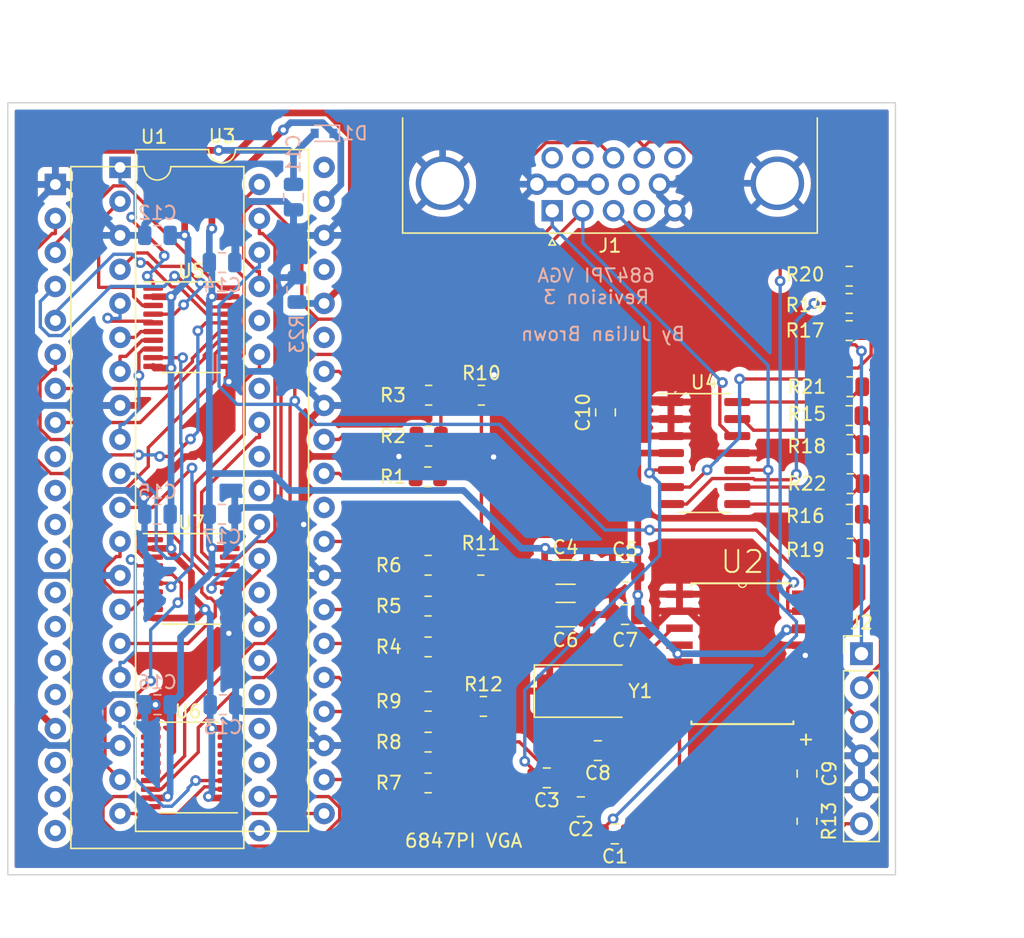
<source format=kicad_pcb>
(kicad_pcb (version 20211014) (generator pcbnew)
  (title_block (title "Dragon 32/64 VDG replacement using Raspberry Pi Pico") (date "2022-12-23") (rev "3") (company "Julian Brown") (comment 1 "Provides VGA, RGB and composite video output") (comment 2 "Replaces MC6847 and associated modulator hardware"))
  (layers (0 "F.Cu" signal) (31 "B.Cu" signal) (34 "B.Paste" user) (35 "F.Paste" user) (36 "B.SilkS" user "B.Silkscreen") (37 "F.SilkS" user "F.Silkscreen") (38 "B.Mask" user) (39 "F.Mask" user) (44 "Edge.Cuts" user))
  (net 0 "")
  (net 1 "OE")
  (net 2 "GND")
  (net 3 "Net-(C8-Pad1)")
  (net 4 "Net-(C9-Pad2)")
  (net 5 "Bvga")
  (net 6 "Net-(R2-Pad2)")
  (net 7 "Gvga")
  (net 8 "Net-(R4-Pad2)")
  (net 9 "Net-(R5-Pad2)")
  (net 10 "Net-(R6-Pad2)")
  (net 11 "Rvga")
  (net 12 "Net-(R8-Pad2)")
  (net 13 "Net-(R9-Pad2)")
  (net 14 "Comp")
  (net 15 "Net-(R14-Pad1)")
  (net 16 "B")
  (net 17 "Net-(R15-Pad1)")
  (net 18 "G")
  (net 19 "Net-(R16-Pad1)")
  (net 20 "R")
  (net 21 "Net-(R17-Pad2)")
  (net 22 "Net-(R18-Pad2)")
  (net 23 "Net-(R19-Pad2)")
  (net 24 "Hsync")
  (net 25 "Vsync")
  (net 26 "DD6")
  (net 27 "DD0")
  (net 31 "DD1")
  (net 40 "DD2")
  (net 45 "DD3")
  (net 47 "DD4")
  (net 48 "DD5")
  (net 49 "Atiming")
  (net 50 "GM2")
  (net 51 "GM1")
  (net 53 "GM0")
  (net 54 "VCLK")
  (net 57 "Net-(R1-Pad2)")
  (net 58 "Net-(R3-Pad2)")
  (net 59 "DL0")
  (net 60 "Net-(R7-Pad2)")
  (net 61 "/Bin")
  (net 62 "/Gin")
  (net 64 "/Rin")
  (net 66 "DL1")
  (net 68 "DD7")
  (net 70 "~{A}{slash}G")
  (net 71 "CSS")
  (net 77 "/Composite")
  (net 78 "+5VD")
  (net 79 "DL2")
  (net 80 "DL3")
  (net 81 "DL4")
  (net 82 "DL5")
  (net 83 "DL6")
  (net 84 "DL7")
  (net 85 "GM0L")
  (net 86 "GM1L")
  (net 87 "GM2L")
  (net 88 "CSSL")
  (net 89 "VCLKL")
  (net 90 "VsyncL")
  (net 91 "~{A}{slash}G_L")
  (net 92 "TimingL")
  (net 93 "HsyncL")
  (net 94 "+5V")
  (footprint "Resistor_SMD:R_0805_2012Metric" (layer "F.Cu") (at 111.1485 115.57 180)
    (fp_text reference "R6")
    (fp_text value "499R 1%")
  )
  (footprint "Connector_PinHeader_2.54mm:PinHeader_1x06_P2.54mm_Vertical" (layer "F.Cu") (at 143.51 122.174)
    (fp_text reference "J2")
    (fp_text value "Conn_01x06_Male")
  )
  (footprint "Resistor_SMD:R_0805_2012Metric" (layer "F.Cu") (at 111.1485 128.778 180)
    (fp_text reference "R8")
    (fp_text value "1K 1%")
  )
  (footprint "Resistor_SMD:R_0805_2012Metric" (layer "F.Cu") (at 142.5975 104.394)
    (fp_text reference "R15")
    (fp_text value "75R")
  )
  (footprint "Resistor_SMD:R_0805_2012Metric" (layer "F.Cu") (at 142.683 114.3)
    (fp_text reference "R19")
    (fp_text value "649R")
  )
  (footprint "Crystal:Crystal_SMD_0603-2Pin_6.0x3.5mm" (layer "F.Cu") (at 122.428 124.968)
    (fp_text reference "Y1")
    (fp_text value "4.433620MHz")
  )
  (footprint "Capacitor_SMD:C_0805_2012Metric" (layer "F.Cu") (at 125.095 135.636 180)
    (fp_text reference "C1")
    (fp_text value "0.1uF")
  )
  (footprint "Resistor_SMD:R_0805_2012Metric" (layer "F.Cu") (at 111.1485 125.73 180)
    (fp_text reference "R9")
    (fp_text value "499R 1%")
  )
  (footprint "Capacitor_SMD:C_0805_2012Metric" (layer "F.Cu") (at 123.825 129.413 180)
    (fp_text reference "C8")
    (fp_text value "52pF")
  )
  (footprint "Resistor_SMD:R_0805_2012Metric" (layer "F.Cu") (at 115.2765 126.111)
    (fp_text reference "R12")
    (fp_text value "75R")
  )
  (footprint "Resistor_SMD:R_0805_2012Metric" (layer "F.Cu") (at 111.1485 118.618 180)
    (fp_text reference "R5")
    (fp_text value "1K 1%")
  )
  (footprint "Capacitor_SMD:C_1206_3216Metric_Pad1.33x1.80mm_HandSolder" (layer "F.Cu") (at 121.412 119.253)
    (fp_text reference "C6")
    (fp_text value "10uF")
  )
  (footprint "Resistor_SMD:R_0805_2012Metric" (layer "F.Cu") (at 111.1485 131.826 180)
    (fp_text reference "R7")
    (fp_text value "2K 1%")
  )
  (footprint "Package_DIP:DIP-40_W15.24mm" (layer "F.Cu") (at 83.307 87.127)
    (fp_text reference "U1")
    (fp_text value "MC6847")
  )
  (footprint "Resistor_SMD:R_0805_2012Metric" (layer "F.Cu") (at 111.1485 121.666 180)
    (fp_text reference "R4")
    (fp_text value "2K 1%")
  )
  (footprint "Package_SO:TSSOP-20_4.4x6.5mm_P0.65mm" (layer "F.Cu") (at 93.2984 130.6742 180)
    (fp_text reference "U6")
    (fp_text value "TXS0108EPW" hide)
  )
  (footprint "Package_SO:TSSOP-20_4.4x6.5mm_P0.65mm" (layer "F.Cu") (at 93.472 97.79)
    (fp_text reference "U5")
    (fp_text value "TXS0108EPW")
  )
  (footprint "Resistor_SMD:R_0805_2012Metric" (layer "F.Cu") (at 142.683 109.474 180)
    (fp_text reference "R22")
    (fp_text value "649R")
  )
  (footprint "Package_DIP:DIP-40_W15.24mm" (layer "F.Cu") (at 88.138 85.852)
    (fp_text reference "U3")
    (fp_text value "Pico")
  )
  (footprint "Resistor_SMD:R_0805_2012Metric" (layer "F.Cu") (at 115.126 102.87)
    (fp_text reference "R10")
    (fp_text value "75R")
  )
  (footprint "Capacitor_SMD:C_1206_3216Metric_Pad1.33x1.80mm_HandSolder" (layer "F.Cu") (at 121.412 116.078)
    (fp_text reference "C4")
    (fp_text value "10uF")
  )
  (footprint "Connector_Dsub:DSUB-15-HD_Female_Horizontal_P2.29x1.98mm_EdgePinOffset3.03mm_Housed_MountingHolesOffset4.94mm" (layer "F.Cu") (at 120.414 89.0893 180)
    (fp_text reference "J1")
    (fp_text value "DB15_Female_HighDensity")
  )
  (footprint "Resistor_SMD:R_0805_2012Metric" (layer "F.Cu") (at 142.5975 93.98 180)
    (fp_text reference "R20")
    (fp_text value "649R")
  )
  (footprint "AD724JRZ:SOIC127P1032X265-16N" (layer "F.Cu") (at 134.62 122.174)
    (fp_text reference "U2")
    (fp_text value "AD724JRZ")
  )
  (footprint "Package_SO:TSSOP-20_4.4x6.5mm_P0.65mm" (layer "F.Cu") (at 93.472 116.586)
    (fp_text reference "U7")
    (fp_text value "TXS0108EPW" hide)
  )
  (footprint "Resistor_SMD:R_0805_2012Metric" (layer "F.Cu") (at 111.189 105.918 180)
    (fp_text reference "R2")
    (fp_text value "1K 1%")
  )
  (footprint "Resistor_SMD:R_0805_2012Metric" (layer "F.Cu") (at 111.189 102.87 180)
    (fp_text reference "R3")
    (fp_text value "499R 1%")
  )
  (footprint "Resistor_SMD:R_0805_2012Metric" (layer "F.Cu") (at 142.621 111.76)
    (fp_text reference "R16")
    (fp_text value "75R")
  )
  (footprint "Capacitor_SMD:C_0805_2012Metric" (layer "F.Cu") (at 122.555 133.604 180)
    (fp_text reference "C2")
    (fp_text value "0.1uF")
  )
  (footprint "Capacitor_SMD:C_0805_2012Metric" (layer "F.Cu") (at 125.857 116.078)
    (fp_text reference "C5")
    (fp_text value "0.1uF")
  )
  (footprint "Resistor_SMD:R_0805_2012Metric" (layer "F.Cu") (at 111.125 108.966 180)
    (fp_text reference "R1")
    (fp_text value "2K 1%")
  )
  (footprint "Resistor_SMD:R_0805_2012Metric" (layer "F.Cu") (at 142.6595 106.553)
    (fp_text reference "R18")
    (fp_text value "649R")
  )
  (footprint "Capacitor_SMD:C_0805_2012Metric" (layer "F.Cu") (at 139.446 131.13 -90)
    (fp_text reference "C9")
    (fp_text value "10uF")
  )
  (footprint "Resistor_SMD:R_0805_2012Metric" (layer "F.Cu") (at 142.5975 98.044)
    (fp_text reference "R17")
    (fp_text value "649R")
  )
  (footprint "Resistor_SMD:R_0805_2012Metric" (layer "F.Cu") (at 142.5975 96.012)
    (fp_text reference "R14")
    (fp_text value "75R")
  )
  (footprint "Resistor_SMD:R_0805_2012Metric" (layer "F.Cu") (at 142.6595 102.235 180)
    (fp_text reference "R21")
    (fp_text value "649R")
  )
  (footprint "Resistor_SMD:R_0805_2012Metric" (layer "F.Cu") (at 115.0855 115.57)
    (fp_text reference "R11")
    (fp_text value "75R")
  )
  (footprint "Capacitor_SMD:C_0805_2012Metric" (layer "F.Cu") (at 120.015 131.445 180)
    (fp_text reference "C3")
    (fp_text value "0.1uF")
  )
  (footprint "Resistor_SMD:R_0805_2012Metric" (layer "F.Cu") (at 139.446 134.686 -90)
    (fp_text reference "R13")
    (fp_text value "75R")
  )
  (footprint "Capacitor_SMD:C_0805_2012Metric" (layer "F.Cu") (at 124.395 104.153 90)
    (fp_text reference "C10")
    (fp_text value "0.1uF")
  )
  (footprint "Capacitor_SMD:C_0805_2012Metric" (layer "F.Cu") (at 125.857 119.253)
    (fp_text reference "C7")
    (fp_text value "0.1uF")
  )
  (footprint "Package_SO:SOIC-14_3.9x8.7mm_P1.27mm" (layer "F.Cu") (at 131.761 107.188)
    (fp_text reference "U4")
    (fp_text value "AD813")
  )
  (footprint "Capacitor_SMD:C_0805_2012Metric" (layer "B.Cu") (at 90.932 125.984 180)
    (fp_text reference "C16")
    (fp_text value "100nF")
  )
  (footprint "Capacitor_SMD:C_0805_2012Metric" (layer "B.Cu") (at 95.758 92.964)
    (fp_text reference "C14")
    (fp_text value "100nF")
  )
  (footprint "Resistor_SMD:R_0805_2012Metric" (layer "B.Cu") (at 101.346 94.996 90)
    (fp_text reference "R23")
    (fp_text value "4K7")
  )
  (footprint "Capacitor_SMD:C_0805_2012Metric" (layer "B.Cu") (at 95.824 125.984)
    (fp_text reference "C13")
    (fp_text value "100nF")
  )
  (footprint "Capacitor_SMD:C_0805_2012Metric" (layer "B.Cu") (at 90.932 111.76 180)
    (fp_text reference "C15")
    (fp_text value "100nF")
  )
  (footprint "Capacitor_SMD:C_0805_2012Metric" (layer "B.Cu") (at 101.092 88.072 -90)
    (fp_text reference "C11")
    (fp_text value "10uF")
  )
  (footprint "Diode_SMD:D_SOD-523" (layer "B.Cu") (at 103.378 83.312 180)
    (fp_text reference "D1")
    (fp_text value "1N5817")
  )
  (footprint "Capacitor_SMD:C_0805_2012Metric" (layer "B.Cu") (at 95.758 111.76)
    (fp_text reference "C17")
    (fp_text value "100nF")
  )
  (footprint "Capacitor_SMD:C_0805_2012Metric" (layer "B.Cu") (at 90.932 90.932 180)
    (fp_text reference "C12")
    (fp_text value "100nF")
  )
  (gr_rect (start 79.756 81.026) (end 146.05 138.684) (layer "Edge.Cuts") (width 0.1) (fill none))
  (gr_text "By Julian Brown" (at 124.206 98.298) (layer "B.SilkS") (effects (font (size 1 1)) (justify mirror)))
  (gr_text "6847PI VGA\nRevision 3" (at 123.698 94.742) (layer "B.SilkS") (effects (font (size 1 1)) (justify mirror)))
  (gr_text "6847PI VGA" (at 113.792 136.144) (layer "F.SilkS") (effects (font (size 1 1))))
  (segment (start 94.742 132.842) (end 94.8492 132.949) (width 0.5) (layer "F.Cu") (net 1))
  (segment (start 93.472 116.129172) (end 91.948 114.605172) (width 0.5) (layer "F.Cu") (net 1))
  (segment (start 91.937 95.515) (end 90.6095 95.515) (width 0.5) (layer "F.Cu") (net 1))
  (segment (start 94.488 118.872) (end 93.849 119.511) (width 0.5) (layer "F.Cu") (net 1))
  (segment (start 94.8492 132.949) (end 96.1607 132.949) (width 0.5) (layer "F.Cu") (net 1))
  (segment (start 92.964 90.932) (end 92.964 88.646) (width 0.5) (layer "F.Cu") (net 1))
  (segment (start 96.1603 127.7486) (end 96.1609 127.7492) (width 0.4006) (layer "F.Cu") (net 1))
  (segment (start 91.937 114.311) (end 90.6095 114.311) (width 0.5) (layer "F.Cu") (net 1))
  (segment (start 103.632 81.788) (end 105.41 83.566) (width 0.5) (layer "F.Cu") (net 1))
  (segment (start 90.7325 100.838) (end 90.6095 100.715) (width 0.5) (layer "F.Cu") (net 1))
  (segment (start 91.948 114.605172) (end 91.948 114.3) (width 0.5) (layer "F.Cu") (net 1))
  (segment (start 95.5849 127.749) (end 96.1609 127.749) (width 0.5) (layer "F.Cu") (net 1))
  (segment (start 91.948 114.3) (end 91.937 114.311) (width 0.5) (layer "F.Cu") (net 1))
  (segment (start 105.41 93.98) (end 103.378 96.012) (width 0.5) (layer "F.Cu") (net 1))
  (segment (start 99.822 81.788) (end 103.632 81.788) (width 0.5) (layer "F.Cu") (net 1))
  (segment (start 96.1607 132.949) (end 96.1609 132.949) (width 0.5) (layer "F.Cu") (net 1))
  (segment (start 91.948 95.504) (end 91.937 95.515) (width 0.5) (layer "F.Cu") (net 1))
  (segment (start 91.948 100.838) (end 90.7325 100.838) (width 0.5) (layer "F.Cu") (net 1))
  (segment (start 95.5849 127.749) (end 95.5849 127.7486) (width 0.4006) (layer "F.Cu") (net 1))
  (segment (start 105.41 83.566) (end 105.41 93.98) (width 0.5) (layer "F.Cu") (net 1))
  (segment (start 94.996 127.762) (end 95.0088 127.749) (width 0.5) (layer "F.Cu") (net 1))
  (segment (start 93.472 117.856) (end 93.472 116.129172) (width 0.5) (layer "F.Cu") (net 1))
  (segment (start 96.1607 132.949) (end 96.1609 132.9492) (width 0.4006) (layer "F.Cu") (net 1))
  (segment (start 92.964 88.646) (end 99.822 81.788) (width 0.5) (layer "F.Cu") (net 1))
  (segment (start 95.5849 127.7486) (end 96.1603 127.7486) (width 0.5) (layer "F.Cu") (net 1))
  (segment (start 94.488 118.872) (end 93.472 117.856) (width 0.5) (layer "F.Cu") (net 1))
  (segment (start 93.849 119.511) (end 90.6095 119.511) (width 0.5) (layer "F.Cu") (net 1))
  (segment (start 95.0088 127.749) (end 95.5849 127.749) (width 0.5) (layer "F.Cu") (net 1))
  (via (at 91.948 100.838) (size 0.8) (drill 0.4) (layers "F.Cu" "B.Cu") (net 1))
  (via (at 94.996 127.762) (size 0.8) (drill 0.4) (layers "F.Cu" "B.Cu") (net 1))
  (via (at 94.742 132.842) (size 0.8) (drill 0.4) (layers "F.Cu" "B.Cu") (net 1))
  (via (at 94.488 118.872) (size 0.8) (drill 0.4) (layers "F.Cu" "B.Cu") (net 1))
  (via (at 91.948 95.504) (size 0.8) (drill 0.4) (layers "F.Cu" "B.Cu") (net 1))
  (via (at 92.964 90.932) (size 0.8) (drill 0.4) (layers "F.Cu" "B.Cu") (net 1))
  (via (at 91.948 114.3) (size 0.8) (drill 0.4) (layers "F.Cu" "B.Cu") (net 1))
  (segment (start 91.882 90.932) (end 92.964 90.932) (width 0.5) (layer "B.Cu") (net 1))
  (segment (start 92.964 90.932) (end 93.218 91.186) (width 0.5) (layer "B.Cu") (net 1))
  (segment (start 91.948 111.694) (end 91.948 100.838) (width 0.5) (layer "B.Cu") (net 1))
  (segment (start 101.45 96.012) (end 101.346 95.9085) (width 0.5) (layer "B.Cu") (net 1))
  (segment (start 91.882 111.76) (end 91.948 111.694) (width 0.5) (layer "B.Cu") (net 1))
  (segment (start 94.874 119.258) (end 94.874 125.984) (width 0.5) (layer "B.Cu") (net 1))
  (segment (start 94.996 132.588) (end 94.742 132.842) (width 0.5) (layer "B.Cu") (net 1))
  (segment (start 91.882 111.76) (end 91.882 114.234) (width 0.5) (layer "B.Cu") (net 1))
  (segment (start 94.874 125.984) (end 94.874 127.64) (width 0.5) (layer "B.Cu") (net 1))
  (segment (start 93.218 91.186) (end 93.218 94.234) (width 0.5) (layer "B.Cu") (net 1))
  (segment (start 93.218 94.234) (end 91.948 95.504) (width 0.5) (layer "B.Cu") (net 1))
  (segment (start 91.882 114.234) (end 91.948 114.3) (width 0.5) (layer "B.Cu") (net 1))
  (segment (start 91.948 100.838) (end 91.948 95.504) (width 0.5) (layer "B.Cu") (net 1))
  (segment (start 103.378 96.012) (end 101.45 96.012) (width 0.5) (layer "B.Cu") (net 1))
  (segment (start 94.996 127.762) (end 94.996 132.588) (width 0.5) (layer "B.Cu") (net 1))
  (segment (start 94.874 127.64) (end 94.996 127.762) (width 0.5) (layer "B.Cu") (net 1))
  (segment (start 94.488 118.872) (end 94.874 119.258) (width 0.5) (layer "B.Cu") (net 1))
  (segment (start 90.7825 125.984) (end 90.7825 127.403) (width 0.5) (layer "F.Cu") (net 2))
  (segment (start 129.286 104.648) (end 129.286 105.918) (width 0.5) (layer "F.Cu") (net 2))
  (segment (start 103.378 103.632) (end 101.7652 105.2448) (width 0.5) (layer "F.Cu") (net 2))
  (segment (start 96.266 120.65) (end 96.266 119.58) (width 0.5) (layer "F.Cu") (net 2))
  (segment (start 129.21 118.999) (end 129.921 118.999) (width 0.5) (layer "F.Cu") (net 2))
  (segment (start 126.082 120.428) (end 127.781 120.428) (width 0.5) (layer "F.Cu") (net 2))
  (segment (start 139.319 121.539) (end 139.319 122.301) (width 0.5) (layer "F.Cu") (net 2))
  (segment (start 101.7652 105.2448) (end 101.7652 107.442) (width 0.5) (layer "F.Cu") (net 2))
  (segment (start 120.228 124.628) (end 120.228 124.968) (width 0.5) (layer "F.Cu") (net 2))
  (segment (start 122.997 114.361) (end 122.997 116.078) (width 0.5) (layer "F.Cu") (net 2))
  (segment (start 131.072 105.918) (end 132.342 107.188) (width 0.5) (layer "F.Cu") (net 2))
  (segment (start 133.172 121.539) (end 130.632 118.999) (width 0.5) (layer "F.Cu") (net 2))
  (segment (start 101.7652 112.4332) (end 101.854 112.522) (width 0.5) (layer "F.Cu") (net 2))
  (segment (start 96.266 119.58) (end 96.3345 119.511) (width 0.5) (layer "F.Cu") (net 2))
  (segment (start 127.781 120.428) (end 129.21 118.999) (width 0.5) (layer "F.Cu") (net 2))
  (segment (start 118.284 113.284) (end 121.92 113.284) (width 0.5) (layer "F.Cu") (net 2))
  (segment (start 129.286 103.378) (end 129.286 104.648) (width 0.5) (layer "F.Cu") (net 2))
  (segment (start 117.332 124.968) (end 116.189 126.111) (width 0.5) (layer "F.Cu") (net 2))
  (segment (start 139.319 121.539) (end 133.172 121.539) (width 0.5) (layer "F.Cu") (net 2))
  (segment (start 120.228 124.968) (end 120.228 126.766) (width 0.5) (layer "F.Cu") (net 2))
  (segment (start 96.266 101.854) (end 96.266 100.784) (width 0.5) (layer "F.Cu") (net 2))
  (segment (start 136.4967 96.012) (end 136.652 96.012) (width 0.5) (layer "F.Cu") (net 2))
  (segment (start 121.92 113.284) (end 122.997 114.361) (width 0.5) (layer "F.Cu") (net 2))
  (segment (start 141.112 107.188) (end 141.747 106.553) (width 0.5) (layer "F.Cu") (net 2))
  (segment (start 96.266 104.902) (end 93.713792 107.454208) (width 0.5) (layer "F.Cu") (net 2))
  (segment (start 120.228 126.766) (end 122.875 129.413) (width 0.5) (layer "F.Cu") (net 2))
  (segment (start 129.574 89.0893) (end 136.4967 96.012) (width 0.5) (layer "F.Cu") (net 2))
  (segment (start 138.938 98.044) (end 141.685 98.044) (width 0.5) (layer "F.Cu") (net 2))
  (segment (start 124.907 119.253) (end 126.082 120.428) (width 0.5) (layer "F.Cu") (net 2))
  (segment (start 122.997 116.078) (end 124.907 116.078) (width 0.5) (layer "F.Cu") (net 2))
  (segment (start 129.286 105.918) (end 131.072 105.918) (width 0.5) (layer "F.Cu") (net 2))
  (segment (start 116.038 102.87) (end 116.038 107.482) (width 0.5) (layer "F.Cu") (net 2))
  (segment (start 122.997 121.859) (end 120.228 124.628) (width 0.5) (layer "F.Cu") (net 2))
  (segment (start 122.997 116.078) (end 122.997 119.253) (width 0.5) (layer "F.Cu") (net 2))
  (segment (start 124.062 102.87) (end 124.395 103.203) (width 0.5) (layer "F.Cu") (net 2))
  (segment (start 120.228 124.968) (end 117.332 124.968) (width 0.5) (layer "F.Cu") (net 2))
  (segment (start 140.219 121.539) (end 141.77 119.988) (width 0.5) (layer "F.Cu") (net 2))
  (segment (start 92.989292 107.454208) (end 89.916 110.5275) (width 0.5) (layer "F.Cu") (net 2))
  (segment (start 122.997 119.253) (end 124.907 119.253) (width 0.5) (layer "F.Cu") (net 2))
  (segment (start 116.078 101.346) (end 116.078 102.83) (width 0.5) (layer "F.Cu") (net 2))
  (segment (start 129.921 118.999) (end 129.921 117.729) (width 0.5) (layer "F.Cu") (net 2))
  (segment (start 96.266 101.854) (end 96.266 104.902) (width 0.5) (layer "F.Cu") (net 2))
  (segment (start 90.7825 127.403) (end 90.4359 127.749) (width 0.5) (layer "F.Cu") (net 2))
  (segment (start 132.342 107.188) (end 134.236 107.188) (width 0.5) (layer "F.Cu") (net 2))
  (segment (start 129.286 103.378) (end 136.652 96.012) (width 0.5) (layer "F.Cu") (net 2))
  (segment (start 124.395 103.203) (end 129.111 103.203) (width 0.5) (layer "F.Cu") (net 2))
  (segment (start 115.998 115.57) (end 118.284 113.284) (width 0.5) (layer "F.Cu") (net 2))
  (segment (start 130.632 118.999) (end 129.921 118.999) (width 0.5) (layer "F.Cu") (net 2))
  (segment (start 93.713792 107.454208) (end 92.989292 107.454208) (width 0.5) (layer "F.Cu") (net 2))
  (segment (start 134.236 107.188) (end 141.112 107.188) (width 0.5) (layer "F.Cu") (net 2))
  (segment (start 122.997 119.253) (end 122.997 121.859) (width 0.5) (layer "F.Cu") (net 2))
  (segment (start 136.652 96.012) (end 136.906 96.012) (width 0.5) (layer "F.Cu") (net 2))
  (segment (start 141.77 119.988) (end 141.77 114.3) (width 0.5) (layer "F.Cu") (net 2))
  (segment (start 116.038 102.87) (end 116.0385 102.87) (width 0.5) (layer "F.Cu") (net 2))
  (segment (start 101.7652 107.442) (end 101.7652 112.4332) (width 0.5) (layer "F.Cu") (net 2))
  (segment (start 129.111 103.203) (end 129.286 103.378) (width 0.5) (layer "F.Cu") (net 2))
  (segment (start 116.038 107.482) (end 116.038 115.53) (width 0.5) (layer "F.Cu") (net 2))
  (segment (start 116.078 102.83) (end 116.038 102.87) (width 0.5) (layer "F.Cu") (net 2))
  (segment (start 116.0385 102.87) (end 124.062 102.87) (width 0.5) (layer "F.Cu") (net 2))
  (segment (start 96.266 100.784) (end 96.3345 100.715) (width 0.5) (layer "F.Cu") (net 2))
  (segment (start 139.319 122.301) (end 139.319 122.809) (width 0.5) (layer "F.Cu") (net 2))
  (segment (start 139.319 121.539) (end 140.219 121.539) (width 0.5) (layer "F.Cu") (net 2))
  (segment (start 101.7652 107.442) (end 108.966 107.442) (width 0.5) (layer "F.Cu") (net 2))
  (segment (start 136.906 96.012) (end 138.938 98.044) (width 0.5) (layer "F.Cu") (net 2))
  (segment (start 116.038 115.53) (end 115.998 115.57) (width 0.5) (layer "F.Cu") (net 2))
  (via (at 96.266 101.854) (size 0.8) (drill 0.4) (layers "F.Cu" "B.Cu") (net 2))
  (via (at 108.966 107.442) (size 0.8) (drill 0.4) (layers "F.Cu" "B.Cu") (net 2))
  (via (at 89.916 110.5275) (size 0.8) (drill 0.4) (layers "F.Cu" "B.Cu") (net 2))
  (via (at 116.038 107.482) (size 0.8) (drill 0.4) (layers "F.Cu" "B.Cu") (net 2))
  (via (at 139.319 122.301) (size 0.8) (drill 0.4) (layers "F.Cu" "B.Cu") (net 2))
  (via (at 96.266 120.65) (size 0.8) (drill 0.4) (layers "F.Cu" "B.Cu") (net 2))
  (via (at 116.078 101.346) (size 0.8) (drill 0.4) (layers "F.Cu" "B.Cu") (net 2))
  (via (at 101.854 112.522) (size 0.8) (drill 0.4) (layers "F.Cu" "B.Cu") (net 2))
  (via (at 90.7825 125.984) (size 0.8) (drill 0.4) (layers "F.Cu" "B.Cu") (net 2))
  (segment (start 109.982 84.328) (end 112.268 84.328) (width 0.5) (layer "B.Cu") (net 2))
  (segment (start 114.3 84.328) (end 117.081 87.1093) (width 0.5) (layer "B.Cu") (net 2))
  (segment (start 117.081 87.1093) (end 119.269 87.1093) (width 0.5) (layer "B.Cu") (net 2))
  (segment (start 89.982 90.104) (end 90.678 89.408) (width 0.5) (layer "B.Cu") (net 2))
  (segment (start 96.139 90.043) (end 97.79 88.392) (width 0.5) (layer "B.Cu") (net 2))
  (segment (start 96.774 125.984) (end 97.282 126.492) (width 0.5) (layer "B.Cu") (net 2))
  (segment (start 101.092 90.932) (end 101.092 93.8295) (width 0.5) (layer "B.Cu") (net 2))
  (segment (start 95.504 89.408) (end 96.139 90.043) (width 0.5) (layer "B.Cu") (net 2))
  (segment (start 81.7482 116.332) (end 86.106 116.332) (width 0.5) (layer "B.Cu") (net 2))
  (segment (start 100.838 101.092) (end 103.378 103.632) (width 0.5) (layer "B.Cu") (net 2))
  (segment (start 103.378 90.932) (end 109.982 84.328) (width 0.5) (layer "B.Cu") (net 2))
  (segment (start 118.618 86.4583) (end 118.618 84.328) (width 0.5) (layer "B.Cu") (net 2))
  (segment (start 143.51 129.794) (end 139.319 125.603) (width 0.5) (layer "B.Cu") (net 2))
  (segment (start 89.982 111.328) (end 88.6358 109.982) (width 0.5) (layer "B.Cu") (net 2))
  (segment (start 129.553 87.1093) (end 128.429 87.1093) (width 0.5) (layer "B.Cu") (net 2))
  (segment (start 118.618 84.328) (end 119.634 83.312) (width 0.5) (layer "B.Cu") (net 2))
  (segment (start 99.822 111.252) (end 101.346 112.776) (width 0.5) (layer "B.Cu") (net 2))
  (segment (start 96.708 111.76) (end 97.216 111.252) (width 0.5) (layer "B.Cu") (net 2))
  (segment (start 88.6358 109.982) (end 87.6402 109.982) (width 0.5) (layer "B.Cu") (net 2))
  (segment (start 81.534 116.118) (end 81.7482 116.332) (width 0.5) (layer "B.Cu") (net 2))
  (segment (start 101.854 112.522) (end 101.6 112.776) (width 0.5) (layer "B.Cu") (net 2))
  (segment (start 117.081 87.1093) (end 117.081 100.343) (width 0.5) (layer "B.Cu") (net 2))
  (segment (start 89.982 125.984) (end 89.22 125.222) (width 0.5) (layer "B.Cu") (net 2))
  (segment (start 139.319 125.603) (end 139.319 122.301) (width 0.5) (layer "B.Cu") (net 2))
  (segment (start 133.0133 87.0393) (end 137.229 87.0393) (width 0.5) (layer "B.Cu") (net 2))
  (segment (start 131.318 84.836) (end 131.318 85.344) (width 0.5) (layer "B.Cu") (net 2))
  (segment (start 82.296 103.632) (end 88.138 103.632) (width 0.5) (layer "B.Cu") (net 2))
  (segment (start 86.106 126.746) (end 86.106 129.032) (width 0.5) (layer "B.Cu") (net 2))
  (segment (start 86.106 129.032) (end 88.138 129.032) (width 0.5) (layer "B.Cu") (net 2))
  (segment (start 131.318 85.344) (end 133.0133 87.0393) (width 0.5) (layer "B.Cu") (net 2))
  (segment (start 117.081 100.343) (end 116.078 101.346) (width 0.5) (layer "B.Cu") (net 2))
  (segment (start 103.378 90.932) (end 101.092 90.932) (width 0.5) (layer "B.Cu") (net 2))
  (segment (start 128.429 87.1093) (end 128.429 87.9443) (width 0.5) (layer "B.Cu") (net 2))
  (segment (start 86.106 116.332) (end 88.138 116.332) (width 0.5) (layer "B.Cu") (net 2))
  (segment (start 101.092 93.8295) (end 101.346 94.0835) (width 0.5) (layer "B.Cu") (net 2))
  (segment (start 89.916 111.694) (end 89.982 111.76) (width 0.5) (layer "B.Cu") (net 2))
  (segment (start 81.534 102.87) (end 82.296 103.632) (width 0.5) (layer "B.Cu") (net 2))
  (segment (start 108.966 107.442) (end 115.998 107.442) (width 0.5) (layer "B.Cu") (net 2))
  (segment (start 143.51 129.794) (end 143.51 132.334) (width 0.5) (layer "B.Cu") (net 2))
  (segment (start 96.774 125.984) (end 96.774 121.158) (width 0.5) (layer "B.Cu") (net 2))
  (segment (start 101.346 115.316) (end 102.362 115.316) (width 0.5) (layer "B.Cu") (net 2))
  (segment (start 89.982 90.932) (end 89.982 90.104) (width 0.5) (layer "B.Cu") (net 2))
  (segment (start 119.269 87.1093) (end 118.618 86.4583) (width 0.5) (layer "B.Cu") (net 2))
  (segment (start 89.916 110.5275) (end 89.916 111.694) (width 0.5) (layer "B.Cu") (net 2))
  (segment (start 97.216 111.252) (end 99.822 111.252) (width 0.5) (layer "B.Cu") (net 2))
  (segment (start 81.534 102.87) (end 81.534 116.118) (width 0.5) (layer "B.Cu") (net 2))
  (segment (start 112.268 84.328) (end 112.229 84.367) (width 0.5) (layer "B.Cu") (net 2))
  (segment (start 96.139 90.043) (end 96.774 90.678) (width 0.5) (layer "B.Cu") (net 2))
  (segment (start 96.774 121.158) (end 96.266 120.65) (width 0.5) (layer "B.Cu") (net 2))
  (segment (start 100.076 101.092) (end 100.838 101.092) (width 0.5) (layer "B.Cu") (net 2))
  (segment (start 96.774 92.898) (end 96.708 92.964) (width 0.5) (layer "B.Cu") (net 2))
  (segment (start 97.028 101.092) (end 96.266 101.854) (width 0.5) (layer "B.Cu") (net 2))
  (segment (start 83.307 87.127) (end 81.534 88.9) (width 0.5) (layer "B.Cu") (net 2))
  (segment (start 102.362 115.316) (end 103.378 116.332) (width 0.5) (layer "B.Cu") (net 2))
  (segment (start 115.998 107.442) (end 116.038 107.482) (width 0.5) (layer "B.Cu") (net 2))
  (segment (start 112.268 84.328) (end 114.3 84.328) (width 0.5) (layer "B.Cu") (net 2))
  (segment (start 100.462 88.392) (end 101.092 89.022) (width 0.5) (layer "B.Cu") (net 2))
  (segment (start 81.534 88.9) (end 81.534 102.87) (width 0.5) (layer "B.Cu") (net 2))
  (segment (start 90.678 89.408) (end 95.504 89.408) (width 0.5) (layer "B.Cu") (net 2))
  (segment (start 101.346 127) (end 103.378 129.032) (width 0.5) (layer "B.Cu") (net 2))
  (segment (start 89.22 125.222) (end 87.63 125.222) (width 0.5) (layer "B.Cu") (net 2))
  (segment (start 100.076 95.3535) (end 100.076 101.092) (width 0.5) (layer "B.Cu") (net 2))
  (segment (start 100.076 101.092) (end 97.028 101.092) (width 0.5) (layer "B.Cu") (net 2))
  (segment (start 96.774 90.678) (end 96.774 92.898) (width 0.5) (layer "B.Cu") (net 2))
  (segment (start 119.634 83.312) (end 129.794 83.312) (width 0.5) (layer "B.Cu") (net 2))
  (segment (start 112.229 84.367) (end 112.229 87.0393) (width 0.5) (layer "B.Cu") (net 2))
  (segment (start 87.6402 109.982) (end 86.106 111.516) (width 0.5) (layer "B.Cu") (net 2))
  (segment (start 86.106 111.516) (end 86.106 116.332) (width 0.5) (layer "B.Cu") (net 2))
  (segment (start 84.333 87.127) (end 88.138 90.932) (width 0.5) (layer "B.Cu") (net 2))
  (segment (start 89.982 125.984) (end 90.7825 125.984) (width 0.5) (layer "B.Cu") (net 2))
  (segment (start 101.346 115.316) (end 101.346 126.492) (width 0.5) (layer "B.Cu") (net 2))
  (segment (start 83.307 87.127) (end 84.333 87.127) (width 0.5) (layer "B.Cu") (net 2))
  (segment (start 101.346 112.776) (end 101.346 115.316) (width 0.5) (layer "B.Cu") (net 2))
  (segment (start 101.6 112.776) (end 101.346 112.776) (width 0.5) (layer "B.Cu") (net 2))
  (segment (start 81.534 127.762) (end 82.8042 129.032) (width 0.5) (layer "B.Cu") (net 2))
  (segment (start 101.346 126.492) (end 101.346 127) (width 0.5) (layer "B.Cu") (net 2))
  (segment (start 89.982 111.76) (end 89.982 111.328) (width 0.5) (layer "B.Cu") (net 2))
  (segment (start 81.534 116.118) (end 81.534 127.762) (width 0.5) (layer "B.Cu") (net 2))
  (segment (start 101.346 94.0835) (end 100.076 95.3535) (width 0.5) (layer "B.Cu") (net 2))
  (segment (start 119.269 87.1093) (end 121.559 87.1093) (width 0.5) (layer "B.Cu") (net 2))
  (segment (start 121.559 87.1093) (end 123.849 87.1093) (width 0.5) (layer "B.Cu") (net 2))
  (segment (start 101.092 89.022) (end 101.092 90.932) (width 0.5) (layer "B.Cu") (net 2))
  (segment (start 129.794 83.312) (end 131.318 84.836) (width 0.5) (layer "B.Cu") (net 2))
  (segment (start 131.318 85.344) (end 129.553 87.1093) (width 0.5) (layer "B.Cu") (net 2))
  (segment (start 97.282 126.492) (end 101.346 126.492) (width 0.5) (layer "B.Cu") (net 2))
  (segment (start 87.63 125.222) (end 86.106 126.746) (width 0.5) (layer "B.Cu") (net 2))
  (segment (start 82.8042 129.032) (end 86.106 129.032) (width 0.5) (layer "B.Cu") (net 2))
  (segment (start 97.79 88.392) (end 100.462 88.392) (width 0.5) (layer "B.Cu") (net 2))
  (segment (start 128.429 87.9443) (end 129.574 89.0893) (width 0.5) (layer "B.Cu") (net 2))
  (segment (start 129.921 120.269) (end 129.4012 120.269) (width 0.25) (layer "F.Cu") (net 3))
  (segment (start 124.775 129.413) (end 124.775 126.6901) (width 0.25) (layer "F.Cu") (net 3))
  (segment (start 124.775 126.6901) (end 124.628 126.5431) (width 0.25) (layer "F.Cu") (net 3))
  (segment (start 124.628 124.968) (end 125.9031 124.968) (width 0.25) (layer "F.Cu") (net 3))
  (segment (start 124.628 124.968) (end 124.628 126.5431) (width 0.25) (layer "F.Cu") (net 3))
  (segment (start 125.9031 123.7671) (end 125.9031 124.968) (width 0.25) (layer "F.Cu") (net 3))
  (segment (start 129.4012 120.269) (end 125.9031 123.7671) (width 0.25) (layer "F.Cu") (net 3))
  (segment (start 139.446 133.7735) (end 139.446 132.08) (width 0.25) (layer "F.Cu") (net 4))
  (segment (start 112.442 126.111) (end 112.061 125.73) (width 0.25) (layer "F.Cu") (net 5))
  (segment (start 114.364 126.111) (end 112.442 126.111) (width 0.25) (layer "F.Cu") (net 5))
  (segment (start 112.061 131.826) (end 115.871 135.636) (width 0.25) (layer "F.Cu") (net 5))
  (segment (start 124.145 135.327) (end 124.145 135.636) (width 0.25) (layer "F.Cu") (net 5))
  (segment (start 115.871 135.636) (end 124.145 135.636) (width 0.25) (layer "F.Cu") (net 5))
  (segment (start 112.061 128.778) (end 112.061 131.826) (width 0.25) (layer "F.Cu") (net 5))
  (segment (start 112.442 126.111) (end 112.442 128.397) (width 0.25) (layer "F.Cu") (net 5))
  (segment (start 124.9616 134.5104) (end 124.145 135.327) (width 0.25) (layer "F.Cu") (net 5))
  (segment (start 134.236 108.458) (end 136.541 108.458) (width 0.25) (layer "F.Cu") (net 5))
  (segment (start 112.442 128.397) (end 112.061 128.778) (width 0.25) (layer "F.Cu") (net 5))
  (via (at 136.541 108.458) (size 0.8) (drill 0.4) (layers "F.Cu" "B.Cu") (net 5))
  (via (at 124.9616 134.5104) (size 0.8) (drill 0.4) (layers "F.Cu" "B.Cu") (net 5))
  (segment (start 124.994 89.0893) (end 136.541 100.6363) (width 0.25) (layer "B.Cu") (net 5))
  (segment (start 136.541 100.6363) (end 136.541 108.458) (width 0.25) (layer "B.Cu") (net 5))
  (segment (start 136.541 108.458) (end 136.541 117.6614) (width 0.25) (layer "B.Cu") (net 5))
  (segment (start 138.6585 120.8135) (end 124.9616 134.5104) (width 0.25) (layer "B.Cu") (net 5))
  (segment (start 138.6585 119.7789) (end 138.6585 120.8135) (width 0.25) (layer "B.Cu") (net 5))
  (segment (start 136.541 117.6614) (end 138.6585 119.7789) (width 0.25) (layer "B.Cu") (net 5))
  (segment (start 103.378 106.172) (end 104.5031 106.172) (width 0.25) (layer "F.Cu") (net 6))
  (segment (start 110.2765 105.918) (end 104.7571 105.918) (width 0.25) (layer "F.Cu") (net 6))
  (segment (start 104.7571 105.918) (end 104.5031 106.172) (width 0.25) (layer "F.Cu") (net 6))
  (segment (start 134.236 105.918) (end 133.7824 105.918) (width 0.25) (layer "F.Cu") (net 7))
  (segment (start 112.061 115.57) (end 112.061 118.618) (width 0.25) (layer "F.Cu") (net 7))
  (segment (start 115.126 96.6673) (end 115.126 114.617) (width 0.25) (layer "F.Cu") (net 7))
  (segment (start 121.605 133.604) (end 121.5248 133.604) (width 0.25) (layer "F.Cu") (net 7))
  (segment (start 132.9352 102.1145) (end 133.1298 101.9199) (width 0.25) (layer "F.Cu") (net 7))
  (segment (start 121.5248 133.604) (end 120.015 132.0942) (width 0.25) (layer "F.Cu") (net 7))
  (segment (start 122.704 89.0893) (end 115.126 96.6673) (width 0.25) (layer "F.Cu") (net 7))
  (segment (start 132.9352 105.0708) (end 132.9352 102.1145) (width 0.25) (layer "F.Cu") (net 7))
  (segment (start 112.061 118.618) (end 112.061 121.666) (width 0.25) (layer "F.Cu") (net 7))
  (segment (start 120.015 132.0942) (end 120.015 130.812) (width 0.25) (layer "F.Cu") (net 7))
  (segment (start 117.2916 128.7605) (end 115.2765 126.7454) (width 0.25) (layer "F.Cu") (net 7))
  (segment (start 117.9635 128.7605) (end 117.2916 128.7605) (width 0.25) (layer "F.Cu") (net 7))
  (segment (start 115.2765 126.7454) (end 115.2765 124.388) (width 0.25) (layer "F.Cu") (net 7))
  (segment (start 114.173 115.57) (end 112.061 115.57) (width 0.25) (layer "F.Cu") (net 7))
  (segment (start 115.126 114.617) (end 114.173 115.57) (width 0.25) (layer "F.Cu") (net 7))
  (segment (start 112.5545 121.666) (end 112.061 121.666) (width 0.25) (layer "F.Cu") (net 7))
  (segment (start 120.015 130.812) (end 117.9635 128.7605) (width 0.25) (layer "F.Cu") (net 7))
  (segment (start 115.2765 124.388) (end 112.5545 121.666) (width 0.25) (layer "F.Cu") (net 7))
  (segment (start 133.7824 105.918) (end 132.9352 105.0708) (width 0.25) (layer "F.Cu") (net 7))
  (via (at 133.1298 101.9199) (size 0.8) (drill 0.4) (layers "F.Cu" "B.Cu") (net 7))
  (segment (start 122.704 91.4941) (end 122.704 89.0893) (width 0.25) (layer "B.Cu") (net 7))
  (segment (start 133.1298 101.9199) (end 122.704 91.4941) (width 0.25) (layer "B.Cu") (net 7))
  (segment (start 103.378 121.412) (end 109.982 121.412) (width 0.25) (layer "F.Cu") (net 8))
  (segment (start 109.982 121.412) (end 110.236 121.666) (width 0.25) (layer "F.Cu") (net 8))
  (segment (start 103.378 118.872) (end 109.982 118.872) (width 0.25) (layer "F.Cu") (net 9))
  (segment (start 109.982 118.872) (end 110.236 118.618) (width 0.25) (layer "F.Cu") (net 9))
  (segment (start 103.378 113.792) (end 108.458 113.792) (width 0.25) (layer "F.Cu") (net 10))
  (segment (start 108.458 113.792) (end 110.236 115.57) (width 0.25) (layer "F.Cu") (net 10))
  (segment (start 127.9026 108.458) (end 127.6837 108.6769) (width 0.25) (layer "F.Cu") (net 11))
  (segment (start 114.2135 96.4149) (end 114.2135 102.87) (width 0.25) (layer "F.Cu") (net 11))
  (segment (start 112.0375 108.966) (end 112.1015 108.902) (width 0.25) (layer "F.Cu") (net 11))
  (segment (start 118.3657 130.2072) (end 119.065 130.9065) (width 0.25) (layer "F.Cu") (net 11))
  (segment (start 112.1015 108.902) (end 112.1015 105.918) (width 0.25) (layer "F.Cu") (net 11))
  (segment (start 112.1015 102.87) (end 112.1015 105.918) (width 0.25) (layer "F.Cu") (net 11))
  (segment (start 120.414 90.2144) (end 114.2135 96.4149) (width 0.25) (layer "F.Cu") (net 11))
  (segment (start 112.1015 102.87) (end 114.2135 102.87) (width 0.25) (layer "F.Cu") (net 11))
  (segment (start 129.286 108.458) (end 127.9026 108.458) (width 0.25) (layer "F.Cu") (net 11))
  (segment (start 120.414 89.0893) (end 120.414 90.2144) (width 0.25) (layer "F.Cu") (net 11))
  (segment (start 119.065 130.9065) (end 119.065 131.445) (width 0.25) (layer "F.Cu") (net 11))
  (via (at 118.3657 130.2072) (size 0.8) (drill 0.4) (layers "F.Cu" "B.Cu") (net 11))
  (via (at 127.6837 108.6769) (size 0.8) (drill 0.4) (layers "F.Cu" "B.Cu") (net 11))
  (segment (start 128.4402 114.8292) (end 128.4402 109.4334) (width 0.25) (layer "B.Cu") (net 11))
  (segment (start 118.3657 130.2072) (end 118.3657 124.9037) (width 0.25) (layer "B.Cu") (net 11))
  (segment (start 127.6837 97.4841) (end 127.6837 108.6769) (width 0.25) (layer "B.Cu") (net 11))
  (segment (start 120.414 90.2144) (end 127.6837 97.4841) (width 0.25) (layer "B.Cu") (net 11))
  (segment (start 128.4402 109.4334) (end 127.6837 108.6769) (width 0.25) (layer "B.Cu") (net 11))
  (segment (start 118.3657 124.9037) (end 128.4402 114.8292) (width 0.25) (layer "B.Cu") (net 11))
  (segment (start 120.414 89.0893) (end 120.414 90.2144) (width 0.25) (layer "B.Cu") (net 11))
  (segment (start 103.378 126.492) (end 107.95 126.492) (width 0.25) (layer "F.Cu") (net 12))
  (segment (start 107.95 126.492) (end 110.236 128.778) (width 0.25) (layer "F.Cu") (net 12))
  (segment (start 106.2811 125.73) (end 110.236 125.73) (width 0.25) (layer "F.Cu") (net 13))
  (segment (start 104.5031 123.952) (end 106.2811 125.73) (width 0.25) (layer "F.Cu") (net 13))
  (segment (start 103.378 123.952) (end 104.5031 123.952) (width 0.25) (layer "F.Cu") (net 13))
  (segment (start 139.446 135.5985) (end 141.6104 135.5985) (width 0.25) (layer "F.Cu") (net 14))
  (segment (start 141.6104 135.5985) (end 142.3349 134.874) (width 0.25) (layer "F.Cu") (net 14))
  (segment (start 143.51 134.874) (end 142.3349 134.874) (width 0.25) (layer "F.Cu") (net 14))
  (segment (start 129.286 110.998) (end 130.4582 110.998) (width 0.25) (layer "F.Cu") (net 15))
  (segment (start 138.2332 109.1832) (end 138.6517 108.7647) (width 0.25) (layer "F.Cu") (net 15))
  (segment (start 130.4582 110.998) (end 132.3632 109.093) (width 0.25) (layer "F.Cu") (net 15))
  (segment (start 141.685 96.012) (end 141.685 93.98) (width 0.25) (layer "F.Cu") (net 15))
  (segment (start 135.5368 109.1832) (end 138.2332 109.1832) (width 0.25) (layer "F.Cu") (net 15))
  (segment (start 132.3632 109.093) (end 135.4466 109.093) (width 0.25) (layer "F.Cu") (net 15))
  (segment (start 141.685 96.012) (end 139.954 96.012) (width 0.25) (layer "F.Cu") (net 15))
  (segment (start 135.4466 109.093) (end 135.5368 109.1832) (width 0.25) (layer "F.Cu") (net 15))
  (via (at 138.6517 108.7647) (size 0.8) (drill 0.4) (layers "F.Cu" "B.Cu") (net 15))
  (via (at 139.954 96.012) (size 0.8) (drill 0.4) (layers "F.Cu" "B.Cu") (net 15))
  (segment (start 138.6517 97.3143) (end 138.6517 108.7647) (width 0.25) (layer "B.Cu") (net 15))
  (segment (start 139.954 96.012) (end 138.6517 97.3143) (width 0.25) (layer "B.Cu") (net 15))
  (segment (start 142.6336 99.0998) (end 143.0418 99.0998) (width 0.25) (layer "F.Cu") (net 16))
  (segment (start 143.0418 99.0998) (end 143.51 99.568) (width 0.25) (layer "F.Cu") (net 16))
  (segment (start 142.6336 96.8884) (end 143.51 96.012) (width 0.25) (layer "F.Cu") (net 16))
  (segment (start 142.6336 99.0998) (end 142.6336 96.8884) (width 0.25) (layer "F.Cu") (net 16))
  (via (at 143.51 99.568) (size 0.8) (drill 0.4) (layers "F.Cu" "B.Cu") (net 16))
  (segment (start 143.51 99.568) (end 143.51 122.174) (width 0.25) (layer "B.Cu") (net 16))
  (segment (start 141.747 102.235) (end 141.685 102.297) (width 0.25) (layer "F.Cu") (net 17))
  (segment (start 141.685 102.297) (end 141.685 104.394) (width 0.25) (layer "F.Cu") (net 17))
  (segment (start 140.669 103.378) (end 141.685 104.394) (width 0.25) (layer "F.Cu") (net 17))
  (segment (start 134.236 103.378) (end 140.669 103.378) (width 0.25) (layer "F.Cu") (net 17))
  (segment (start 144.9349 122.945) (end 143.51 124.3699) (width 0.25) (layer "F.Cu") (net 18))
  (segment (start 144.9349 105.8189) (end 144.9349 122.945) (width 0.25) (layer "F.Cu") (net 18))
  (segment (start 143.51 124.3699) (end 143.51 124.714) (width 0.25) (layer "F.Cu") (net 18))
  (segment (start 143.51 104.394) (end 144.9349 105.8189) (width 0.25) (layer "F.Cu") (net 18))
  (segment (start 140.9465 110.998) (end 141.7085 111.76) (width 0.25) (layer "F.Cu") (net 19))
  (segment (start 140.9465 110.298) (end 141.7705 109.474) (width 0.25) (layer "F.Cu") (net 19))
  (segment (start 140.9465 110.998) (end 140.9465 110.298) (width 0.25) (layer "F.Cu") (net 19))
  (segment (start 134.236 110.998) (end 140.9465 110.998) (width 0.25) (layer "F.Cu") (net 19))
  (segment (start 144.4382 118.3551) (end 144.4382 112.6647) (width 0.25) (layer "F.Cu") (net 20))
  (segment (start 141.986 120.8073) (end 144.4382 118.3551) (width 0.25) (layer "F.Cu") (net 20))
  (segment (start 143.51 127.254) (end 141.986 125.73) (width 0.25) (layer "F.Cu") (net 20))
  (segment (start 144.4382 112.6647) (end 143.5335 111.76) (width 0.25) (layer "F.Cu") (net 20))
  (segment (start 141.986 125.73) (end 141.986 120.8073) (width 0.25) (layer "F.Cu") (net 20))
  (segment (start 130.7027 109.728) (end 131.9835 108.4472) (width 0.25) (layer "F.Cu") (net 21))
  (segment (start 144.3487 97.2053) (end 143.51 98.044) (width 0.25) (layer "F.Cu") (net 21))
  (segment (start 140.6586 101.6574) (end 141.478 100.838) (width 0.25) (layer "F.Cu") (net 21))
  (segment (start 143.51 93.98) (end 144.3487 94.8187) (width 0.25) (layer "F.Cu") (net 21))
  (segment (start 144.3487 94.8187) (end 144.3487 97.2053) (width 0.25) (layer "F.Cu") (net 21))
  (segment (start 141.478 100.838) (end 143.265305 100.838) (width 0.25) (layer "F.Cu") (net 21))
  (segment (start 144.235 98.769) (end 143.51 98.044) (width 0.25) (layer "F.Cu") (net 21))
  (segment (start 144.235 99.868305) (end 144.235 98.769) (width 0.25) (layer "F.Cu") (net 21))
  (segment (start 143.265305 100.838) (end 144.235 99.868305) (width 0.25) (layer "F.Cu") (net 21))
  (segment (start 129.286 109.728) (end 130.7027 109.728) (width 0.25) (layer "F.Cu") (net 21))
  (segment (start 134.4109 101.6574) (end 140.6586 101.6574) (width 0.25) (layer "F.Cu") (net 21))
  (via (at 134.4109 101.6574) (size 0.8) (drill 0.4) (layers "F.Cu" "B.Cu") (net 21))
  (via (at 131.9835 108.4472) (size 0.8) (drill 0.4) (layers "F.Cu" "B.Cu") (net 21))
  (segment (start 131.9835 108.4472) (end 134.4109 106.0198) (width 0.25) (layer "B.Cu") (net 21))
  (segment (start 134.4109 106.0198) (end 134.4109 101.6574) (width 0.25) (layer "B.Cu") (net 21))
  (segment (start 134.236 104.648) (end 134.612751 104.648) (width 0.25) (layer "F.Cu") (net 22))
  (segment (start 142.566 105.4202) (end 142.5026 105.4836) (width 0.25) (layer "F.Cu") (net 22))
  (segment (start 135.448351 105.4836) (end 142.5026 105.4836) (width 0.25) (layer "F.Cu") (net 22))
  (segment (start 142.5026 105.4836) (end 143.572 106.553) (width 0.25) (layer "F.Cu") (net 22))
  (segment (start 142.566 103.241) (end 142.566 105.4202) (width 0.25) (layer "F.Cu") (net 22))
  (segment (start 143.572 102.235) (end 142.566 103.241) (width 0.25) (layer "F.Cu") (net 22))
  (segment (start 134.612751 104.648) (end 135.448351 105.4836) (width 0.25) (layer "F.Cu") (net 22))
  (segment (start 142.5547 108.4332) (end 143.5955 109.474) (width 0.25) (layer "F.Cu") (net 23))
  (segment (start 142.6582 113.3627) (end 143.5955 114.3) (width 0.25) (layer "F.Cu") (net 23))
  (segment (start 143.5955 109.474) (end 142.6582 110.4113) (width 0.25) (layer "F.Cu") (net 23))
  (segment (start 134.236 109.728) (end 139.7892 109.728) (width 0.25) (layer "F.Cu") (net 23))
  (segment (start 141.084 108.4332) (end 142.5547 108.4332) (width 0.25) (layer "F.Cu") (net 23))
  (segment (start 139.7892 109.728) (end 141.084 108.4332) (width 0.25) (layer "F.Cu") (net 23))
  (segment (start 142.6582 110.4113) (end 142.6582 113.3627) (width 0.25) (layer "F.Cu") (net 23))
  (segment (start 98.888 123.957) (end 97.718 123.957) (width 0.25) (layer "F.Cu") (net 24))
  (segment (start 139.319 117.729) (end 139.319 116.6118) (width 0.25) (layer "F.Cu") (net 24))
  (segment (start 101.1902 101.3159) (end 101.1902 103.2911) (width 0.25) (layer "F.Cu") (net 24))
  (segment (start 123.8632 83.9985) (end 119.9537 83.9985) (width 0.25) (layer "F.Cu") (net 24))
  (segment (start 119.9537 83.9985) (end 104.1302 99.822) (width 0.25) (layer "F.Cu") (net 24))
  (segment (start 102.6841 99.822) (end 101.1902 101.3159) (width 0.25) (layer "F.Cu") (net 24))
  (segment (start 104.1302 99.822) (end 102.6841 99.822) (width 0.25) (layer "F.Cu") (net 24))
  (segment (start 101.1902 103.2911) (end 100.838 103.6433) (width 0.25) (layer "F.Cu") (net 24))
  (segment (start 91.2113 132.2992) (end 90.4359 132.2992) (width 0.25) (layer "F.Cu") (net 24))
  (segment (start 124.994 85.1293) (end 123.8632 83.9985) (width 0.25) (layer "F.Cu") (net 24))
  (segment (start 100.838 103.6433) (end 100.838 122.007) (width 0.25) (layer "F.Cu") (net 24))
  (segment (start 93.98 129.5305) (end 91.2113 132.2992) (width 0.25) (layer "F.Cu") (net 24))
  (segment (start 97.718 123.957) (end 93.98 127.695) (width 0.25) (layer "F.Cu") (net 24))
  (segment (start 100.838 122.007) (end 98.888 123.957) (width 0.25) (layer "F.Cu") (net 24))
  (segment (start 93.98 127.695) (end 93.98 129.5305) (width 0.25) (layer "F.Cu") (net 24))
  (segment (start 139.319 116.6118) (end 135.6455 112.9383) (width 0.25) (layer "F.Cu") (net 24))
  (segment (start 135.6455 112.9383) (end 127.6861 112.9383) (width 0.25) (layer "F.Cu") (net 24))
  (via (at 127.6861 112.9383) (size 0.8) (drill 0.4) (layers "F.Cu" "B.Cu") (net 24))
  (via (at 101.1902 103.2911) (size 0.8) (drill 0.4) (layers "F.Cu" "B.Cu") (net 24))
  (segment (start 124.3683 112.9383) (end 116.4768 105.0468) (width 0.25) (layer "B.Cu") (net 24))
  (segment (start 95.5311 96.1716) (end 98.3706 93.3321) (width 0.25) (layer "B.Cu") (net 24))
  (segment (start 101.1902 103.5505) (end 101.1902 103.2911) (width 0.25) (layer "B.Cu") (net 24))
  (segment (start 127.6861 112.9383) (end 124.3683 112.9383) (width 0.25) (layer "B.Cu") (net 24))
  (segment (start 102.6865 105.0468) (end 101.1902 103.5505) (width 0.25) (layer "B.Cu") (net 24))
  (segment (start 98.547 92.207) (end 98.547 93.3321) (width 0.25) (layer "B.Cu") (net 24))
  (segment (start 98.3706 93.3321) (end 98.547 93.3321) (width 0.25) (layer "B.Cu") (net 24))
  (segment (start 101.1902 103.5505) (end 96.8833 103.5505) (width 0.25) (layer "B.Cu") (net 24))
  (segment (start 95.5311 102.1983) (end 95.5311 96.1716) (width 0.25) (layer "B.Cu") (net 24))
  (segment (start 116.4768 105.0468) (end 102.6865 105.0468) (width 0.25) (layer "B.Cu") (net 24))
  (segment (start 96.8833 103.5505) (end 95.5311 102.1983) (width 0.25) (layer "B.Cu") (net 24))
  (segment (start 126.5154 83.5315) (end 119.6298 83.5315) (width 0.25) (layer "F.Cu") (net 25))
  (segment (start 101.716 96.0004) (end 101.716 91.2155) (width 0.25) (layer "F.Cu") (net 25))
  (segment (start 127.284 84.3001) (end 126.5154 83.5315) (width 0.25) (layer "F.Cu") (net 25))
  (segment (start 100.35 119.993) (end 100.35 113.415196) (width 0.25) (layer "F.Cu") (net 25))
  (segment (start 127.284 84.3001) (end 127.284 85.1293) (width 0.25) (layer "F.Cu") (net 25))
  (segment (start 105.9724 97.1889) (end 102.9045 97.1889) (width 0.25) (layer "F.Cu") (net 25))
  (segment (start 100.35 113.415196) (end 100.1586 113.223796) (width 0.25) (layer "F.Cu") (net 25))
  (segment (start 139.319 118.999) (end 138.0033 118.999) (width 0.25) (layer "F.Cu") (net 25))
  (segment (start 100.1586 113.223796) (end 100.1586 99.9348) (width 0.25) (layer "F.Cu") (net 25))
  (segment (start 98.547 94.747) (end 98.547 93.6219) (width 0.25) (layer "F.Cu") (net 25))
  (segment (start 137.4409 91.3403) (end 130.0441 83.9435) (width 0.25) (layer "F.Cu") (net 25))
  (segment (start 137.4409 94.3444) (end 137.4409 91.3403) (width 0.25) (layer "F.Cu") (net 25))
  (segment (start 98.926 121.417) (end 100.35 119.993) (width 0.25) (layer "F.Cu") (net 25))
  (segment (start 98.1797 121.417) (end 98.926 121.417) (width 0.25) (layer "F.Cu") (net 25))
  (segment (start 102.9045 97.1889) (end 101.716 96.0004) (width 0.25) (layer "F.Cu") (net 25))
  (segment (start 90.4359 131.6492) (end 91.126 131.6492) (width 0.25) (layer "F.Cu") (net 25))
  (segment (start 99.0406 88.5401) (end 98.0559 88.5401) (width 0.25) (layer "F.Cu") (net 25))
  (segment (start 127.6406 83.9435) (end 127.284 84.3001) (width 0.25) (layer "F.Cu") (net 25))
  (segment (start 101.716 91.2155) (end 99.0406 88.5401) (width 0.25) (layer "F.Cu") (net 25))
  (segment (start 92.964 126.6327) (end 98.1797 121.417) (width 0.25) (layer "F.Cu") (net 25))
  (segment (start 138.0033 117.296) (end 138.4631 116.8362) (width 0.25) (layer "F.Cu") (net 25))
  (segment (start 98.3424 93.6219) (end 98.547 93.6219) (width 0.25) (layer "F.Cu") (net 25))
  (segment (start 130.0441 83.9435) (end 127.6406 83.9435) (width 0.25) (layer "F.Cu") (net 25))
  (segment (start 119.6298 83.5315) (end 105.9724 97.1889) (width 0.25) (layer "F.Cu") (net 25))
  (segment (start 100.1586 99.9348) (end 102.9045 97.1889) (width 0.25) (layer "F.Cu") (net 25))
  (segment (start 91.126 131.6492) (end 92.964 129.8112) (width 0.25) (layer "F.Cu") (net 25))
  (segment (start 98.0559 88.5401) (end 97.3736 89.2224) (width 0.25) (layer "F.Cu") (net 25))
  (segment (start 92.964 129.8112) (end 92.964 126.6327) (width 0.25) (layer "F.Cu") (net 25))
  (segment (start 97.3736 92.6531) (end 98.3424 93.6219) (width 0.25) (layer "F.Cu") (net 25))
  (segment (start 97.3736 89.2224) (end 97.3736 92.6531) (width 0.25) (layer "F.Cu") (net 25))
  (segment (start 138.0033 118.999) (end 138.0033 117.296) (width 0.25) (layer "F.Cu") (net 25))
  (via (at 138.4631 116.8362) (size 0.8) (drill 0.4) (layers "F.Cu" "B.Cu") (net 25))
  (via (at 137.4409 94.3444) (size 0.8) (drill 0.4) (layers "F.Cu" "B.Cu") (net 25))
  (segment (start 137.4409 115.814) (end 138.4631 116.8362) (width 0.25) (layer "B.Cu") (net 25))
  (segment (start 137.4409 94.3444) (end 137.4409 115.814) (width 0.25) (layer "B.Cu") (net 25))
  (segment (start 85.3144 108.717) (end 82.9607 108.717) (width 0.25) (layer "F.Cu") (net 26))
  (segment (start 88.574391 109.8666) (end 86.464 109.8666) (width 0.25) (layer "F.Cu") (net 26))
  (segment (start 81.6566 107.4129) (end 81.6566 92.2093) (width 0.25) (layer "F.Cu") (net 26))
  (segment (start 95.5813 99.415) (end 95.2346 99.7617) (width 0.25) (layer "F.Cu") (net 26))
  (segment (start 95.2346 101.7926) (end 90.2484 106.7788) (width 0.25) (layer "F.Cu") (net 26))
  (segment (start 81.6566 92.2093) (end 83.0738 90.7921) (width 0.25) (layer "F.Cu") (net 26))
  (segment (start 90.2484 108.192591) (end 88.574391 109.8666) (width 0.25) (layer "F.Cu") (net 26))
  (segment (start 96.3345 99.415) (end 95.5813 99.415) (width 0.25) (layer "F.Cu") (net 26))
  (segment (start 90.2484 106.7788) (end 90.2484 108.192591) (width 0.25) (layer "F.Cu") (net 26))
  (segment (start 82.9607 108.717) (end 81.6566 107.4129) (width 0.25) (layer "F.Cu") (net 26))
  (segment (start 95.2346 99.7617) (end 95.2346 101.7926) (width 0.25) (layer "F.Cu") (net 26))
  (segment (start 86.464 109.8666) (end 85.3144 108.717) (width 0.25) (layer "F.Cu") (net 26))
  (segment (start 83.307 90.7921) (end 83.307 89.667) (width 0.25) (layer "F.Cu") (net 26))
  (segment (start 83.0738 90.7921) (end 83.307 90.7921) (width 0.25) (layer "F.Cu") (net 26))
  (segment (start 83.307 91.5688) (end 83.307 92.207) (width 0.25) (layer "F.Cu") (net 27))
  (segment (start 90.2899 89.5279) (end 90.2899 88.8997) (width 0.25) (layer "F.Cu") (net 27))
  (segment (start 88.6232 87.233) (end 87.6428 87.233) (width 0.25) (layer "F.Cu") (net 27))
  (segment (start 90.2899 88.8997) (end 88.6232 87.233) (width 0.25) (layer "F.Cu") (net 27))
  (segment (start 96.3345 94.865) (end 95.627 94.865) (width 0.25) (layer "F.Cu") (net 27))
  (segment (start 87.6428 87.233) (end 83.307 91.5688) (width 0.25) (layer "F.Cu") (net 27))
  (segment (start 95.627 94.865) (end 90.2899 89.5279) (width 0.25) (layer "F.Cu") (net 27))
  (segment (start 94.7072 96.2754) (end 96.2241 96.2754) (width 0.25) (layer "F.Cu") (net 31))
  (segment (start 92.402848 93.971048) (end 94.7072 96.2754) (width 0.25) (layer "F.Cu") (net 31))
  (segment (start 96.2241 96.2754) (end 96.3345 96.165) (width 0.25) (layer "F.Cu") (net 31))
  (segment (start 92.210952 93.971048) (end 92.402848 93.971048) (width 0.25) (layer "F.Cu") (net 31))
  (via (at 92.210952 93.971048) (size 0.8) (drill 0.4) (layers "F.Cu" "B.Cu") (net 31))
  (segment (start 82.841009 98.412) (end 82.182 97.752991) (width 0.25) (layer "B.Cu") (net 31))
  (segment (start 83.772991 98.412) (end 82.841009 98.412) (width 0.25) (layer "B.Cu") (net 31))
  (segment (start 82.182 97.752991) (end 82.182 95.872) (width 0.25) (layer "B.Cu") (net 31))
  (segment (start 82.182 95.872) (end 83.307 94.747) (width 0.25) (layer "B.Cu") (net 31))
  (segment (start 87.442991 94.742) (end 83.772991 98.412) (width 0.25) (layer "B.Cu") (net 31))
  (segment (start 91.44 94.742) (end 87.442991 94.742) (width 0.25) (layer "B.Cu") (net 31))
  (segment (start 92.210952 93.971048) (end 91.44 94.742) (width 0.25) (layer "B.Cu") (net 31))
  (segment (start 94.6103 96.815) (end 96.3345 96.815) (width 0.25) (layer "F.Cu") (net 40))
  (segment (start 92.5743 94.779) (end 94.6103 96.815) (width 0.25) (layer "F.Cu") (net 40))
  (segment (start 89.666299 92.968299) (end 90.183604 92.968299) (width 0.25) (layer "F.Cu") (net 40))
  (segment (start 90.183604 92.968299) (end 91.994305 94.779) (width 0.25) (layer "F.Cu") (net 40))
  (segment (start 91.994305 94.779) (end 92.5743 94.779) (width 0.25) (layer "F.Cu") (net 40))
  (via (at 89.666299 92.968299) (size 0.8) (drill 0.4) (layers "F.Cu" "B.Cu") (net 40))
  (segment (start 89.0408 92.3428) (end 87.6615 92.3428) (width 0.25) (layer "B.Cu") (net 40))
  (segment (start 89.666299 92.968299) (end 89.0408 92.3428) (width 0.25) (layer "B.Cu") (net 40))
  (segment (start 87.6615 92.3428) (end 83.307 96.6973) (width 0.25) (layer "B.Cu") (net 40))
  (segment (start 83.307 96.6973) (end 83.307 97.287) (width 0.25) (layer "B.Cu") (net 40))
  (segment (start 82.1604 105.3725) (end 82.1604 101.8655) (width 0.25) (layer "F.Cu") (net 45))
  (segment (start 82.9649 106.177) (end 82.1604 105.3725) (width 0.25) (layer "F.Cu") (net 45))
  (segment (start 86.464 107.3266) (end 85.3144 106.177) (width 0.25) (layer "F.Cu") (net 45))
  (segment (start 85.3144 106.177) (end 82.9649 106.177) (width 0.25) (layer "F.Cu") (net 45))
  (segment (start 82.1604 101.8655) (end 83.0738 100.9521) (width 0.25) (layer "F.Cu") (net 45))
  (segment (start 94.5438 97.465) (end 93.9498 98.059) (width 0.25) (layer "F.Cu") (net 45))
  (segment (start 83.0738 100.9521) (end 83.307 100.9521) (width 0.25) (layer "F.Cu") (net 45))
  (segment (start 92.0976 107.442) (end 93.399 106.1406) (width 0.25) (layer "F.Cu") (net 45))
  (segment (start 89.5234 107.3266) (end 86.464 107.3266) (width 0.25) (layer "F.Cu") (net 45))
  (segment (start 91.0985 107.442) (end 92.0976 107.442) (width 0.25) (layer "F.Cu") (net 45))
  (segment (start 83.307 99.827) (end 83.307 100.9521) (width 0.25) (layer "F.Cu") (net 45))
  (segment (start 96.3345 97.465) (end 94.5438 97.465) (width 0.25) (layer "F.Cu") (net 45))
  (via (at 89.5234 107.3266) (size 0.8) (drill 0.4) (layers "F.Cu" "B.Cu") (net 45))
  (via (at 91.0985 107.442) (size 0.8) (drill 0.4) (layers "F.Cu" "B.Cu") (net 45))
  (via (at 93.9498 98.059) (size 0.8) (drill 0.4) (layers "F.Cu" "B.Cu") (net 45))
  (via (at 93.399 106.1406) (size 0.8) (drill 0.4) (layers "F.Cu" "B.Cu") (net 45))
  (segment (start 93.9498 105.5898) (end 93.399 106.1406) (width 0.25) (layer "B.Cu") (net 45))
  (segment (start 90.9831 107.3266) (end 91.0985 107.442) (width 0.25) (layer "B.Cu") (net 45))
  (segment (start 93.9498 98.059) (end 93.9498 105.5898) (width 0.25) (layer "B.Cu") (net 45))
  (segment (start 89.5234 107.3266) (end 90.9831 107.3266) (width 0.25) (layer "B.Cu") (net 45))
  (segment (start 91.547 102.367) (end 93.544 100.37) (width 0.25) (layer "F.Cu") (net 47))
  (segment (start 93.544 100.1146) (end 95.5436 98.115) (width 0.25) (layer "F.Cu") (net 47))
  (segment (start 83.307 102.367) (end 91.547 102.367) (width 0.25) (layer "F.Cu") (net 47))
  (segment (start 93.544 100.37) (end 93.544 100.1146) (width 0.25) (layer "F.Cu") (net 47))
  (segment (start 95.5436 98.115) (end 96.3345 98.115) (width 0.25) (layer "F.Cu") (net 47))
  (segment (start 89.6436 104.907) (end 84.4321 104.907) (width 0.25) (layer "F.Cu") (net 48))
  (segment (start 96.3345 98.765) (end 95.5551 98.765) (width 0.25) (layer "F.Cu") (net 48))
  (segment (start 94.4288 100.1218) (end 89.6436 104.907) (width 0.25) (layer "F.Cu") (net 48))
  (segment (start 95.5551 98.765) (end 94.4288 99.8913) (width 0.25) (layer "F.Cu") (net 48))
  (segment (start 83.307 104.907) (end 84.4321 104.907) (width 0.25) (layer "F.Cu") (net 48))
  (segment (start 94.4288 99.8913) (end 94.4288 100.1218) (width 0.25) (layer "F.Cu") (net 48))
  (segment (start 102.5376 136.5463) (end 104.5453 134.5386) (width 0.25) (layer "F.Cu") (net 49))
  (segment (start 89.6768 133.5992) (end 88.9196 132.842) (width 0.25) (layer "F.Cu") (net 49))
  (segment (start 87.63 132.842) (end 86.868 133.604) (width 0.25) (layer "F.Cu") (net 49))
  (segment (start 88.7943 136.5463) (end 102.5376 136.5463) (width 0.25) (layer "F.Cu") (net 49))
  (segment (start 103.7241 132.847) (end 98.547 132.847) (width 0.25) (layer "F.Cu") (net 49))
  (segment (start 104.5453 134.5386) (end 104.5453 133.6682) (width 0.25) (layer "F.Cu") (net 49))
  (segment (start 104.5453 133.6682) (end 103.7241 132.847) (width 0.25) (layer "F.Cu") (net 49))
  (segment (start 90.4359 133.5992) (end 89.6768 133.5992) (width 0.25) (layer "F.Cu") (net 49))
  (segment (start 86.868 133.604) (end 86.868 134.62) (width 0.25) (layer "F.Cu") (net 49))
  (segment (start 88.9196 132.842) (end 87.63 132.842) (width 0.25) (layer "F.Cu") (net 49))
  (segment (start 86.868 134.62) (end 88.7943 136.5463) (width 0.25) (layer "F.Cu") (net 49))
  (segment (start 97.1307 118.211) (end 98.547 119.6273) (width 0.25) (layer "F.Cu") (net 50))
  (segment (start 96.3345 118.211) (end 97.1307 118.211) (width 0.25) (layer "F.Cu") (net 50))
  (segment (start 98.547 119.6273) (end 98.547 120.147) (width 0.25) (layer "F.Cu") (net 50))
  (segment (start 98.547 115.9597) (end 98.547 115.067) (width 0.25) (layer "F.Cu") (net 51))
  (segment (start 97.3975 117.1092) (end 98.547 115.9597) (width 0.25) (layer "F.Cu") (net 51))
  (segment (start 97.3975 117.1872) (end 97.3975 117.1092) (width 0.25) (layer "F.Cu") (net 51))
  (segment (start 97.0237 117.561) (end 97.3975 117.1872) (width 0.25) (layer "F.Cu") (net 51))
  (segment (start 96.3345 117.561) (end 97.0237 117.561) (width 0.25) (layer "F.Cu") (net 51))
  (segment (start 94.9685 117.2981) (end 95.3556 116.911) (width 0.25) (layer "F.Cu") (net 53))
  (segment (start 95.3556 116.911) (end 96.3345 116.911) (width 0.25) (layer "F.Cu") (net 53))
  (via (at 94.9685 117.2981) (size 0.8) (drill 0.4) (layers "F.Cu" "B.Cu") (net 53))
  (segment (start 98.547 112.527) (end 98.547 113.3708) (width 0.25) (layer "B.Cu") (net 53))
  (segment (start 98.547 113.3708) (end 94.9685 116.9493) (width 0.25) (layer "B.Cu") (net 53))
  (segment (start 94.9685 116.9493) (end 94.9685 117.2981) (width 0.25) (layer "B.Cu") (net 53))
  (segment (start 95.2648 115.611) (end 94.232 114.5782) (width 0.25) (layer "F.Cu") (net 54))
  (segment (start 94.232 110.1254) (end 98.3253 106.0321) (width 0.25) (layer "F.Cu") (net 54))
  (segment (start 98.547 104.907) (end 98.547 106.0321) (width 0.25) (layer "F.Cu") (net 54))
  (segment (start 94.232 114.5782) (end 94.232 110.1254) (width 0.25) (layer "F.Cu") (net 54))
  (segment (start 98.3253 106.0321) (end 98.547 106.0321) (width 0.25) (layer "F.Cu") (net 54))
  (segment (start 96.3345 115.611) (end 95.2648 115.611) (width 0.25) (layer "F.Cu") (net 54))
  (segment (start 104.7571 108.966) (end 104.5031 108.712) (width 0.25) (layer "F.Cu") (net 57))
  (segment (start 103.378 108.712) (end 104.5031 108.712) (width 0.25) (layer "F.Cu") (net 57))
  (segment (start 110.2125 108.966) (end 104.7571 108.966) (width 0.25) (layer "F.Cu") (net 57))
  (segment (start 106.2811 102.87) (end 104.5031 101.092) (width 0.25) (layer "F.Cu") (net 58))
  (segment (start 110.2765 102.87) (end 106.2811 102.87) (width 0.25) (layer "F.Cu") (net 58))
  (segment (start 103.378 101.092) (end 104.5031 101.092) (width 0.25) (layer "F.Cu") (net 58))
  (segment (start 89.0053 89.7673) (end 91.44 92.202) (width 0.25) (layer "F.Cu") (net 59))
  (segment (start 89.0053 89.5718) (end 89.0053 89.7673) (width 0.25) (layer "F.Cu") (net 59))
  (segment (start 90.6095 94.865) (end 90.6095 94.4195) (width 0.25) (layer "F.Cu") (net 59))
  (segment (start 90.6095 94.4195) (end 90.17 93.98) (width 0.25) (layer "F.Cu") (net 59))
  (segment (start 91.44 92.202) (end 91.44 92.456) (width 0.25) (layer "F.Cu") (net 59))
  (via (at 91.44 92.456) (size 0.8) (drill 0.4) (layers "F.Cu" "B.Cu") (net 59))
  (via (at 90.17 93.98) (size 0.8) (drill 0.4) (layers "F.Cu" "B.Cu") (net 59))
  (via (at 89.0053 89.5718) (size 0.8) (drill 0.4) (layers "F.Cu" "B.Cu") (net 59))
  (segment (start 88.4193 86.9771) (end 89.2632 87.821) (width 0.25) (layer "B.Cu") (net 59))
  (segment (start 88.138 86.9771) (end 88.4193 86.9771) (width 0.25) (layer "B.Cu") (net 59))
  (segment (start 89.2632 87.821) (end 89.2632 89.3139) (width 0.25) (layer "B.Cu") (net 59))
  (segment (start 91.44 92.456) (end 91.44 92.71) (width 0.25) (layer "B.Cu") (net 59))
  (segment (start 89.2632 89.3139) (end 89.0053 89.5718) (width 0.25) (layer "B.Cu") (net 59))
  (segment (start 88.138 85.852) (end 88.138 86.9771) (width 0.25) (layer "B.Cu") (net 59))
  (segment (start 91.44 92.71) (end 90.17 93.98) (width 0.25) (layer "B.Cu") (net 59))
  (segment (start 103.378 131.572) (end 109.982 131.572) (width 0.25) (layer "F.Cu") (net 60))
  (segment (start 109.982 131.572) (end 110.236 131.826) (width 0.25) (layer "F.Cu") (net 60))
  (segment (start 129.921 131.76) (end 126.045 135.636) (width 0.25) (layer "F.Cu") (net 61))
  (segment (start 129.921 126.619) (end 129.921 131.76) (width 0.25) (layer "F.Cu") (net 61))
  (segment (start 129.921 125.349) (end 128.6053 125.349) (width 0.25) (layer "F.Cu") (net 62))
  (segment (start 123.505 133.604) (end 128.6053 128.5037) (width 0.25) (layer "F.Cu") (net 62))
  (segment (start 128.6053 128.5037) (end 128.6053 125.349) (width 0.25) (layer "F.Cu") (net 62))
  (segment (start 124.3178 131.445) (end 127.4793 128.2835) (width 0.25) (layer "F.Cu") (net 64))
  (segment (start 129.921 124.079) (end 128.6053 124.079) (width 0.25) (layer "F.Cu") (net 64))
  (segment (start 120.965 131.445) (end 124.3178 131.445) (width 0.25) (layer "F.Cu") (net 64))
  (segment (start 127.4793 125.205) (end 128.6053 124.079) (width 0.25) (layer "F.Cu") (net 64))
  (segment (start 127.4793 128.2835) (end 127.4793 125.205) (width 0.25) (layer "F.Cu") (net 64))
  (segment (start 86.5417 89.9883) (end 86.5417 94.8143) (width 0.25) (layer "F.Cu") (net 66))
  (segment (start 88.138 88.392) (end 86.5417 89.9883) (width 0.25) (layer "F.Cu") (net 66))
  (segment (start 89.154 95.504) (end 89.154 94.996) (width 0.25) (layer "F.Cu") (net 66))
  (segment (start 90.6095 96.165) (end 89.815 96.165) (width 0.25) (layer "F.Cu") (net 66))
  (segment (start 88.9723 94.8143) (end 86.5417 94.8143) (width 0.25) (layer "F.Cu") (net 66))
  (segment (start 89.815 96.165) (end 89.154 95.504) (width 0.25) (layer "F.Cu") (net 66))
  (segment (start 89.154 94.996) (end 88.9723 94.8143) (width 0.25) (layer "F.Cu") (net 66))
  (segment (start 96.3345 100.065) (end 97.1189 100.065) (width 0.25) (layer "F.Cu") (net 68))
  (segment (start 96.9234 88.7506) (end 98.547 87.127) (width 0.25) (layer "F.Cu") (net 68))
  (segment (start 97.3978 99.7861) (end 97.3978 94.0722) (width 0.25) (layer "F.Cu") (net 68))
  (segment (start 96.9234 93.5978) (end 96.9234 88.7506) (width 0.25) (layer "F.Cu") (net 68))
  (segment (start 97.3978 94.0722) (end 96.9234 93.5978) (width 0.25) (layer "F.Cu") (net 68))
  (segment (start 97.1189 100.065) (end 97.3978 99.7861) (width 0.25) (layer "F.Cu") (net 68))
  (segment (start 97.3976 105.7974) (end 97.3976 101.8683) (width 0.25) (layer "F.Cu") (net 70))
  (segment (start 93.713 114.7672) (end 93.713 109.482) (width 0.25) (layer "F.Cu") (net 70))
  (segment (start 97.3976 101.8683) (end 98.3138 100.9521) (width 0.25) (layer "F.Cu") (net 70))
  (segment (start 95.2068 116.261) (end 93.713 114.7672) (width 0.25) (layer "F.Cu") (net 70))
  (segment (start 93.713 109.482) (end 97.3976 105.7974) (width 0.25) (layer "F.Cu") (net 70))
  (segment (start 98.3138 100.9521) (end 98.547 100.9521) (width 0.25) (layer "F.Cu") (net 70))
  (segment (start 98.547 99.827) (end 98.547 100.9521) (width 0.25) (layer "F.Cu") (net 70))
  (segment (start 96.3345 116.261) (end 95.2068 116.261) (width 0.25) (layer "F.Cu") (net 70))
  (segment (start 99.7086 113.0374) (end 99.7086 91.7206) (width 0.25) (layer "F.Cu") (net 71))
  (segment (start 97.0616 114.961) (end 98.2256 113.797) (width 0.25) (layer "F.Cu") (net 71))
  (segment (start 96.3345 114.961) (end 97.0616 114.961) (width 0.25) (layer "F.Cu") (net 71))
  (segment (start 98.547 89.667) (end 98.547 90.7921) (width 0.25) (layer "F.Cu") (net 71))
  (segment (start 99.7086 91.7206) (end 98.7801 90.7921) (width 0.25) (layer "F.Cu") (net 71))
  (segment (start 98.2256 113.797) (end 98.949 113.797) (width 0.25) (layer "F.Cu") (net 71))
  (segment (start 98.7801 90.7921) (end 98.547 90.7921) (width 0.25) (layer "F.Cu") (net 71))
  (segment (start 98.949 113.797) (end 99.7086 113.0374) (width 0.25) (layer "F.Cu") (net 71))
  (segment (start 140.6347 128.9913) (end 140.6347 125.349) (width 0.25) (layer "F.Cu") (net 77))
  (segment (start 139.446 130.18) (end 140.6347 128.9913) (width 0.25) (layer "F.Cu") (net 77))
  (segment (start 139.319 125.349) (end 140.6347 125.349) (width 0.25) (layer "F.Cu") (net 77))
  (segment (start 94.996 88.392) (end 100.33 83.058) (width 0.5) (layer "F.Cu") (net 78))
  (segment (start 94.996 95.504) (end 95.007 95.515) (width 0.5) (layer "F.Cu") (net 78))
  (segment (start 95.007 114.311) (end 96.3345 114.311) (width 0.5) (layer "F.Cu") (net 78))
  (segment (start 137.922 120.396) (end 139.192 120.396) (width 0.5) (layer "F.Cu") (net 78))
  (segment (start 119.8495 116.078) (end 119.8495 119.253) (width 0.5) (layer "F.Cu") (net 78))
  (segment (start 126.807 117.795) (end 126.807 119.253) (width 0.5) (layer "F.Cu") (net 78))
  (segment (start 119.888 114.3) (end 119.8495 114.3385) (width 0.5) (layer "F.Cu") (net 78))
  (segment (start 90.4361 132.949) (end 90.4359 132.949) (width 0.5) (layer "F.Cu") (net 78))
  (segment (start 94.996 114.3) (end 95.007 114.311) (width 0.5) (layer "F.Cu") (net 78))
  (segment (start 91.5868 132.949) (end 90.4361 132.949) (width 0.5) (layer "F.Cu") (net 78))
  (segment (start 119.8495 114.3385) (end 119.8495 116.078) (width 0.5) (layer "F.Cu") (net 78))
  (segment (start 126.807 114.493) (end 126.807 116.078) (width 0.5) (layer "F.Cu") (net 78))
  (segment (start 129.794 121.666) (end 129.921 121.539) (width 0.5) (layer "F.Cu") (net 78))
  (segment (start 129.286 107.188) (end 126.48 107.188) (width 0.5) (layer "F.Cu") (net 78))
  (segment (start 129.794 122.174) (end 129.794 121.666) (width 0.5) (layer "F.Cu") (net 78))
  (segment (start 126.807 116.078) (end 126.807 117.795) (width 0.5) (layer "F.Cu") (net 78))
  (segment (start 129.794 122.174) (end 129.794 122.682) (width 0.5) (layer "F.Cu") (net 78))
  (segment (start 90.4361 132.949) (end 90.4359 132.9492) (width 0.4006) (layer "F.Cu") (net 78))
  (segment (start 126.48 107.188) (end 124.395 105.103) (width 0.5) (layer "F.Cu") (net 78))
  (segment (start 126.807 107.515) (end 126.807 114.493) (width 0.5) (layer "F.Cu") (net 78))
  (segment (start 139.192 120.396) (end 139.319 120.269) (width 0.5) (layer "F.Cu") (net 78))
  (segment (start 94.996 90.424) (end 94.996 88.392) (width 0.5) (layer "F.Cu") (net 78))
  (segment (start 95.007 95.515) (end 96.3345 95.515) (width 0.5) (layer "F.Cu") (net 78))
  (segment (start 91.694 132.842) (end 91.5868 132.949) (width 0.5) (layer "F.Cu") (net 78))
  (segment (start 129.794 122.682) (end 129.921 122.809) (width 0.5) (layer "F.Cu") (net 78))
  (segment (start 126.48 107.188) (end 126.807 107.515) (width 0.5) (layer "F.Cu") (net 78))
  (via (at 126.807 117.795) (size 0.8) (drill 0.4) (layers "F.Cu" "B.Cu") (net 78))
  (via (at 91.694 132.842) (size 0.8) (drill 0.4) (layers "F.Cu" "B.Cu") (net 78))
  (via (at 94.996 90.424) (size 0.8) (drill 0.4) (layers "F.Cu" "B.Cu") (net 78))
  (via (at 126.807 114.493) (size 0.8) (drill 0.4) (layers "F.Cu" "B.Cu") (net 78))
  (via (at 129.794 122.174) (size 0.8) (drill 0.4) (layers "F.Cu" "B.Cu") (net 78))
  (via (at 94.996 114.3) (size 0.8) (drill 0.4) (layers "F.Cu" "B.Cu") (net 78))
  (via (at 137.922 120.396) (size 0.8) (drill 0.4) (layers "F.Cu" "B.Cu") (net 78))
  (via (at 94.996 95.504) (size 0.8) (drill 0.4) (layers "F.Cu" "B.Cu") (net 78))
  (via (at 119.888 114.3) (size 0.8) (drill 0.4) (layers "F.Cu" "B.Cu") (net 78))
  (via (at 100.33 83.058) (size 0.8) (drill 0.4) (layers "F.Cu" "B.Cu") (net 78))
  (segment (start 113.792 109.982) (end 100.7793 109.982) (width 0.5) (layer "B.Cu") (net 78))
  (segment (start 93.472 120.142) (end 92.6595 120.9545) (width 0.5) (layer "B.Cu") (net 78))
  (segment (start 94.808 111.76) (end 94.808 108.717) (width 0.5) (layer "B.Cu") (net 78))
  (segment (start 104.628 83.862) (end 104.628 87.142) (width 0.5) (layer "B.Cu") (net 78))
  (segment (start 126.807 119.187) (end 129.794 122.174) (width 0.5) (layer "B.Cu") (net 78))
  (segment (start 94.808 111.76) (end 94.808 114.112) (width 0.5) (layer "B.Cu") (net 78))
  (segment (start 94.996 116.078) (end 94.6259 116.4481) (width 0.5) (layer "B.Cu") (net 78))
  (segment (start 94.808 108.717) (end 94.808 95.692) (width 0.5) (layer "B.Cu") (net 78))
  (segment (start 94.808 114.112) (end 94.996 114.3) (width 0.5) (layer "B.Cu") (net 78))
  (segment (start 100.876 82.512) (end 103.278 82.512) (width 0.5) (layer "B.Cu") (net 78))
  (segment (start 94.6259 116.4481) (end 94.616418 116.4481) (width 0.5) (layer "B.Cu") (net 78))
  (segment (start 99.5143 108.717) (end 94.808 108.717) (width 0.5) (layer "B.Cu") (net 78))
  (segment (start 94.1185 116.946018) (end 94.1185 116.9555) (width 0.5) (layer "B.Cu") (net 78))
  (segment (start 100.33 83.058) (end 100.876 82.512) (width 0.5) (layer "B.Cu") (net 78))
  (segment (start 92.6595 125.2065) (end 91.882 125.984) (width 0.5) (layer "B.Cu") (net 78))
  (segment (start 94.616418 116.4481) (end 94.1185 116.946018) (width 0.5) (layer "B.Cu") (net 78))
  (segment (start 119.888 114.3) (end 120.081 114.493) (width 0.5) (layer "B.Cu") (net 78))
  (segment (start 93.472 117.602) (end 93.472 120.142) (width 0.5) (layer "B.Cu") (net 78))
  (segment (start 136.144 122.174) (end 137.922 120.396) (width 0.5) (layer "B.Cu") (net 78))
  (segment (start 94.808 95.692) (end 94.996 95.504) (width 0.5) (layer "B.Cu") (net 78))
  (segment (start 94.808 90.612) (end 94.996 90.424) (width 0.5) (layer "B.Cu") (net 78))
  (segment (start 129.794 122.174) (end 136.144 122.174) (width 0.5) (layer "B.Cu") (net 78))
  (segment (start 94.996 95.504) (end 94.996 93.152) (width 0.5) (layer "B.Cu") (net 78))
  (segment (start 126.807 117.795) (end 126.807 119.187) (width 0.5) (layer "B.Cu") (net 78))
  (segment (start 104.628 87.142) (end 103.378 88.392) (width 0.5) (layer "B.Cu") (net 78))
  (segment (start 94.996 114.3) (end 94.996 116.078) (width 0.5) (layer "B.Cu") (net 78))
  (segment (start 119.888 114.3) (end 118.11 114.3) (width 0.5) (layer "B.Cu") (net 78))
  (segment (start 103.278 82.512) (end 104.078 83.312) (width 0.5) (layer "B.Cu") (net 78))
  (segment (start 104.078 83.312) (end 104.628 83.862) (width 0.5) (layer "B.Cu") (net 78))
  (segment (start 92.6595 120.9545) (end 92.6595 125.2065) (width 0.5) (layer "B.Cu") (net 78))
  (segment (start 100.7793 109.982) (end 99.5143 108.717) (width 0.5) (layer "B.Cu") (net 78))
  (segment (start 91.882 132.654) (end 91.694 132.842) (width 0.5) (layer "B.Cu") (net 78))
  (segment (start 118.11 114.3) (end 113.792 109.982) (width 0.5) (layer "B.Cu") (net 78))
  (segment (start 94.808 92.964) (end 94.808 90.612) (width 0.5) (layer "B.Cu") (net 78))
  (segment (start 94.1185 116.9555) (end 93.472 117.602) (width 0.5) (layer "B.Cu") (net 78))
  (segment (start 94.996 93.152) (end 94.808 92.964) (width 0.5) (layer "B.Cu") (net 78))
  (segment (start 120.081 114.493) (end 126.807 114.493) (width 0.5) (layer "B.Cu") (net 78))
  (segment (start 91.882 125.984) (end 91.882 132.654) (width 0.5) (layer "B.Cu") (net 78))
  (segment (start 91.186546 93.246048) (end 90.183797 92.243299) (width 0.25) (layer "F.Cu") (net 79))
  (segment (start 92.188 96.815) (end 90.6095 96.815) (width 0.25) (layer "F.Cu") (net 79))
  (segment (start 89.366701 92.243299) (end 88.138 93.472) (width 0.25) (layer "F.Cu") (net 79))
  (segment (start 90.183797 92.243299) (end 89.366701 92.243299) (width 0.25) (layer "F.Cu") (net 79))
  (segment (start 92.900249 93.246048) (end 91.186546 93.246048) (width 0.25) (layer "F.Cu") (net 79))
  (segment (start 94.1465 94.492299) (end 92.900249 93.246048) (width 0.25) (layer "F.Cu") (net 79))
  (segment (start 92.8864 96.1166) (end 92.188 96.815) (width 0.25) (layer "F.Cu") (net 79))
  (via (at 94.1465 94.492299) (size 0.8) (drill 0.4) (layers "F.Cu" "B.Cu") (net 79))
  (via (at 92.8864 96.1166) (size 0.8) (drill 0.4) (layers "F.Cu" "B.Cu") (net 79))
  (segment (start 94.1465 94.8565) (end 92.8864 96.1166) (width 0.25) (layer "B.Cu") (net 79))
  (segment (start 94.1465 94.492299) (end 94.1465 94.8565) (width 0.25) (layer "B.Cu") (net 79))
  (segment (start 90.4851 97.3406) (end 90.6095 97.465) (width 0.25) (layer "F.Cu") (net 80))
  (segment (start 87.4432 97.3406) (end 90.4851 97.3406) (width 0.25) (layer "F.Cu") (net 80))
  (segment (start 87.2131 97.1105) (end 87.4432 97.3406) (width 0.25) (layer "F.Cu") (net 80))
  (via (at 87.2131 97.1105) (size 0.8) (drill 0.4) (layers "F.Cu" "B.Cu") (net 80))
  (segment (start 88.138 96.012) (end 88.138 97.1371) (width 0.25) (layer "B.Cu") (net 80))
  (segment (start 87.2397 97.1371) (end 87.2131 97.1105) (width 0.25) (layer "B.Cu") (net 80))
  (segment (start 88.138 97.1371) (end 87.2397 97.1371) (width 0.25) (layer "B.Cu") (net 80))
  (segment (start 88.138 98.552) (end 89.2631 98.552) (width 0.25) (layer "F.Cu") (net 81))
  (segment (start 89.2631 98.552) (end 89.7001 98.115) (width 0.25) (layer "F.Cu") (net 81))
  (segment (start 89.7001 98.115) (end 90.6095 98.115) (width 0.25) (layer "F.Cu") (net 81))
  (segment (start 88.138 99.9669) (end 88.5874 99.9669) (width 0.25) (layer "F.Cu") (net 82))
  (segment (start 89.7893 98.765) (end 90.6095 98.765) (width 0.25) (layer "F.Cu") (net 82))
  (segment (start 88.5874 99.9669) (end 89.7893 98.765) (width 0.25) (layer "F.Cu") (net 82))
  (segment (start 88.138 101.092) (end 88.138 99.9669) (width 0.25) (layer "F.Cu") (net 82))
  (segment (start 89.8802 99.415) (end 89.5464 99.7488) (width 0.25) (layer "F.Cu") (net 83))
  (segment (start 89.5464 99.7488) (end 89.5464 101.4057) (width 0.25) (layer "F.Cu") (net 83))
  (segment (start 90.6095 99.415) (end 89.8802 99.415) (width 0.25) (layer "F.Cu") (net 83))
  (via (at 89.5464 101.4057) (size 0.8) (drill 0.4) (layers "F.Cu" "B.Cu") (net 83))
  (segment (start 89.5464 103.9198) (end 89.5464 101.4057) (width 0.25) (layer "B.Cu") (net 83))
  (segment (start 88.4193 105.0469) (end 89.5464 103.9198) (width 0.25) (layer "B.Cu") (net 83))
  (segment (start 88.138 106.172) (end 88.138 105.0469) (width 0.25) (layer "B.Cu") (net 83))
  (segment (start 88.138 105.0469) (end 88.4193 105.0469) (width 0.25) (layer "B.Cu") (net 83))
  (segment (start 92.8143 100.065) (end 90.6095 100.065) (width 0.25) (layer "F.Cu") (net 84))
  (via (at 92.8143 100.065) (size 0.8) (drill 0.4) (layers "F.Cu" "B.Cu") (net 84))
  (segment (start 92.6739 106.4409) (end 92.7441 106.5111) (width 0.25) (layer "B.Cu") (net 84))
  (segment (start 92.8143 100.065) (end 92.6739 100.2054) (width 0.25) (layer "B.Cu") (net 84))
  (segment (start 88.138 108.712) (end 89.2631 108.712) (width 0.25) (layer "B.Cu") (net 84))
  (segment (start 92.7441 114.5931) (end 92.2864 115.0508) (width 0.25) (layer "B.Cu") (net 84))
  (segment (start 92.2864 115.0508) (end 91.6072 115.0508) (width 0.25) (layer "B.Cu") (net 84))
  (segment (start 92.7441 106.5111) (end 92.7441 114.5931) (width 0.25) (layer "B.Cu") (net 84))
  (segment (start 90.8383 110.2872) (end 89.2631 108.712) (width 0.25) (layer "B.Cu") (net 84))
  (segment (start 91.6072 115.0508) (end 90.8383 114.2819) (width 0.25) (layer "B.Cu") (net 84))
  (segment (start 90.8383 114.2819) (end 90.8383 110.2872) (width 0.25) (layer "B.Cu") (net 84))
  (segment (start 92.6739 100.2054) (end 92.6739 106.4409) (width 0.25) (layer "B.Cu") (net 84))
  (segment (start 91.680128 116.911) (end 90.6095 116.911) (width 0.25) (layer "F.Cu") (net 85))
  (segment (start 93.512326 108.304208) (end 90.564534 111.252) (width 0.25) (layer "F.Cu") (net 85))
  (segment (start 90.564534 111.252) (end 88.138 111.252) (width 0.25) (layer "F.Cu") (net 85))
  (segment (start 91.948 117.178872) (end 91.680128 116.911) (width 0.25) (layer "F.Cu") (net 85))
  (via (at 93.512326 108.304208) (size 0.8) (drill 0.4) (layers "F.Cu" "B.Cu") (net 85))
  (via (at 91.948 117.178872) (size 0.8) (drill 0.4) (layers "F.Cu" "B.Cu") (net 85))
  (segment (start 93.512326 115.614546) (end 93.512326 108.304208) (width 0.25) (layer "B.Cu") (net 85))
  (segment (start 91.948 117.178872) (end 93.512326 115.614546) (width 0.25) (layer "B.Cu") (net 85))
  (segment (start 87.7348 117.561) (end 90.6095 117.561) (width 0.25) (layer "F.Cu") (net 86))
  (segment (start 88.138 114.9171) (end 87.8567 114.9171) (width 0.25) (layer "F.Cu") (net 86))
  (segment (start 87.8567 114.9171) (end 86.9669 115.8069) (width 0.25) (layer "F.Cu") (net 86))
  (segment (start 88.138 113.792) (end 88.138 114.9171) (width 0.25) (layer "F.Cu") (net 86))
  (segment (start 86.9669 115.8069) (end 86.9669 116.7931) (width 0.25) (layer "F.Cu") (net 86))
  (segment (start 86.9669 116.7931) (end 87.7348 117.561) (width 0.25) (layer "F.Cu") (net 86))
  (segment (start 90.6095 118.211) (end 89.6701 118.211) (width 0.25) (layer "F.Cu") (net 87))
  (segment (start 89.0091 118.872) (end 88.138 118.872) (width 0.25) (layer "F.Cu") (net 87))
  (segment (start 89.6701 118.211) (end 89.0091 118.872) (width 0.25) (layer "F.Cu") (net 87))
  (segment (start 94.668195 116.5731) (end 94.2435 116.997795) (width 0.25) (layer "F.Cu") (net 88))
  (segment (start 94.7291 116.5731) (end 94.668195 116.5731) (width 0.25) (layer "F.Cu") (net 88))
  (segment (start 95.25 118.364) (end 95.25 119.38) (width 0.25) (layer "F.Cu") (net 88))
  (segment (start 92.6801 114.5241) (end 94.7291 116.5731) (width 0.25) (layer "F.Cu") (net 88))
  (segment (start 91.855 113.136) (end 92.6801 113.9611) (width 0.25) (layer "F.Cu") (net 88))
  (segment (start 89.5107 114.6073) (end 89.5107 113.421259) (width 0.25) (layer "F.Cu") (net 88))
  (segment (start 94.9091 118.0231) (end 95.25 118.364) (width 0.25) (layer "F.Cu") (net 88))
  (segment (start 94.2435 117.598405) (end 94.668195 118.0231) (width 0.25) (layer "F.Cu") (net 88))
  (segment (start 94.668195 118.0231) (end 94.9091 118.0231) (width 0.25) (layer "F.Cu") (net 88))
  (segment (start 89.5107 113.421259) (end 89.795959 113.136) (width 0.25) (layer "F.Cu") (net 88))
  (segment (start 90.6095 114.961) (end 89.8644 114.961) (width 0.25) (layer "F.Cu") (net 88))
  (segment (start 92.6801 113.9611) (end 92.6801 114.5241) (width 0.25) (layer "F.Cu") (net 88))
  (segment (start 93.218 121.412) (end 88.138 121.412) (width 0.25) (layer "F.Cu") (net 88))
  (segment (start 95.25 119.38) (end 93.218 121.412) (width 0.25) (layer "F.Cu") (net 88))
  (segment (start 94.2435 116.997795) (end 94.2435 117.598405) (width 0.25) (layer "F.Cu") (net 88))
  (segment (start 89.795959 113.136) (end 91.855 113.136) (width 0.25) (layer "F.Cu") (net 88))
  (segment (start 89.8644 114.961) (end 89.5107 114.6073) (width 0.25) (layer "F.Cu") (net 88))
  (segment (start 89.4332 115.611) (end 88.963 115.1408) (width 0.25) (layer "F.Cu") (net 89))
  (segment (start 90.6095 115.611) (end 89.4332 115.611) (width 0.25) (layer "F.Cu") (net 89))
  (via (at 88.963 115.1408) (size 0.8) (drill 0.4) (layers "F.Cu" "B.Cu") (net 89))
  (segment (start 88.138 122.8269) (end 88.4193 122.8269) (width 0.25) (layer "B.Cu") (net 89))
  (segment (start 89.2804 115.4582) (end 88.963 115.1408) (width 0.25) (layer "B.Cu") (net 89))
  (segment (start 88.4193 122.8269) (end 89.2804 121.9658) (width 0.25) (layer "B.Cu") (net 89))
  (segment (start 88.138 123.952) (end 88.138 122.8269) (width 0.25) (layer "B.Cu") (net 89))
  (segment (start 89.2804 121.9658) (end 89.2804 115.4582) (width 0.25) (layer "B.Cu") (net 89))
  (segment (start 96.1609 131.6492) (end 93.7828 131.6492) (width 0.25) (layer "F.Cu") (net 90))
  (via (at 93.7828 131.6492) (size 0.8) (drill 0.4) (layers "F.Cu" "B.Cu") (net 90))
  (segment (start 88.138 126.492) (end 88.138 127.6171) (width 0.25) (layer "B.Cu") (net 90))
  (segment (start 89.2631 131.4818) (end 91.3485 133.5672) (width 0.25) (layer "B.Cu") (net 90))
  (segment (start 91.3485 133.5672) (end 92.0068 133.5672) (width 0.25) (layer "B.Cu") (net 90))
  (segment (start 93.2217 132.2102) (end 93.2218 132.2102) (width 0.25) (layer "B.Cu") (net 90))
  (segment (start 93.2217 132.3523) (end 93.2217 132.2102) (width 0.25) (layer "B.Cu") (net 90))
  (segment (start 88.138 127.6171) (end 88.4194 127.6171) (width 0.25) (layer "B.Cu") (net 90))
  (segment (start 89.2631 128.4608) (end 89.2631 131.4818) (width 0.25) (layer "B.Cu") (net 90))
  (segment (start 92.0068 133.5672) (end 93.2217 132.3523) (width 0.25) (layer "B.Cu") (net 90))
  (segment (start 93.2218 132.2102) (end 93.7828 131.6492) (width 0.25) (layer "B.Cu") (net 90))
  (segment (start 88.4194 127.6171) (end 89.2631 128.4608) (width 0.25) (layer "B.Cu") (net 90))
  (segment (start 87.817009 125.222) (end 87.013 126.026009) (width 0.25) (layer "F.Cu") (net 91))
  (segment (start 90.6095 116.261) (end 92.055433 116.261) (width 0.25) (layer "F.Cu") (net 91))
  (segment (start 87.013 126.026009) (end 87.013 130.447) (width 0.25) (layer "F.Cu") (net 91))
  (segment (start 92.71 116.915567) (end 92.71 118.11) (width 0.25) (layer "F.Cu") (net 91))
  (segment (start 87.013 130.447) (end 88.138 131.572) (width 0.25) (layer "F.Cu") (net 91))
  (segment (start 92.055433 116.261) (end 92.71 116.915567) (width 0.25) (layer "F.Cu") (net 91))
  (segment (start 90.424 124.206) (end 89.408 125.222) (width 0.25) (layer "F.Cu") (net 91))
  (segment (start 92.71 118.11) (end 92.456 118.364) (width 0.25) (layer "F.Cu") (net 91))
  (segment (start 89.408 125.222) (end 87.817009 125.222) (width 0.25) (layer "F.Cu") (net 91))
  (via (at 90.424 124.206) (size 0.8) (drill 0.4) (layers "F.Cu" "B.Cu") (net 91))
  (via (at 92.456 118.364) (size 0.8) (drill 0.4) (layers "F.Cu" "B.Cu") (net 91))
  (segment (start 90.424 120.396) (end 90.424 124.206) (width 0.25) (layer "B.Cu") (net 91))
  (segment (start 92.456 118.364) (end 90.424 120.396) (width 0.25) (layer "B.Cu") (net 91))
  (segment (start 96.6737 134.112) (end 96.1609 133.5992) (width 0.25) (layer "F.Cu") (net 92))
  (segment (start 103.378 134.112) (end 96.6737 134.112) (width 0.25) (layer "F.Cu") (net 92))
  (segment (start 95.0424 132.1168) (end 95.2248 132.2992) (width 0.25) (layer "F.Cu") (net 93))
  (segment (start 92.3609 134.1975) (end 94.4416 132.1168) (width 0.25) (layer "F.Cu") (net 93))
  (segment (start 88.138 134.112) (end 89.2631 134.112) (width 0.25) (layer "F.Cu") (net 93))
  (segment (start 89.2631 134.112) (end 89.3486 134.1975) (width 0.25) (layer "F.Cu") (net 93))
  (segment (start 89.3486 134.1975) (end 92.3609 134.1975) (width 0.25) (layer "F.Cu") (net 93))
  (segment (start 95.2248 132.2992) (end 96.1609 132.2992) (width 0.25) (layer "F.Cu") (net 93))
  (segment (start 94.4416 132.1168) (end 95.0424 132.1168) (width 0.25) (layer "F.Cu") (net 93))
  (segment (start 81.026 125.486) (end 81.026 85.598) (width 0.5) (layer "F.Cu") (net 94))
  (segment (start 81.026 85.598) (end 82.042 84.582) (width 0.5) (layer "F.Cu") (net 94))
  (segment (start 82.042 84.582) (end 95.504 84.582) (width 0.5) (layer "F.Cu") (net 94))
  (segment (start 83.307 127.767) (end 81.026 125.486) (width 0.5) (layer "F.Cu") (net 94))
  (via (at 95.504 84.582) (size 0.8) (drill 0.4) (layers "F.Cu" "B.Cu") (net 94))
  (segment (start 102.678 83.312) (end 101.092 84.898) (width 0.5) (layer "B.Cu") (net 94))
  (segment (start 101.092 84.898) (end 101.092 87.122) (width 0.5) (layer "B.Cu") (net 94))
  (segment (start 95.504 84.582) (end 100.776 84.582) (width 0.5) (layer "B.Cu") (net 94))
  (segment (start 100.776 84.582) (end 101.092 84.898) (width 0.5) (layer "B.Cu") (net 94))
  (zone (net 2) (net_name "GND") (layers F&B.Cu) (connect_pads (clearance 0.508)) (min_thickness 0.254) (fill yes (thermal_gap 0.508) (thermal_bridge_width 0.508))
    (polygon (pts (xy 145.542 138.176) (xy 80.264 138.176) (xy 80.264 81.534) (xy 145.542 81.534)))
  )
)
</source>
